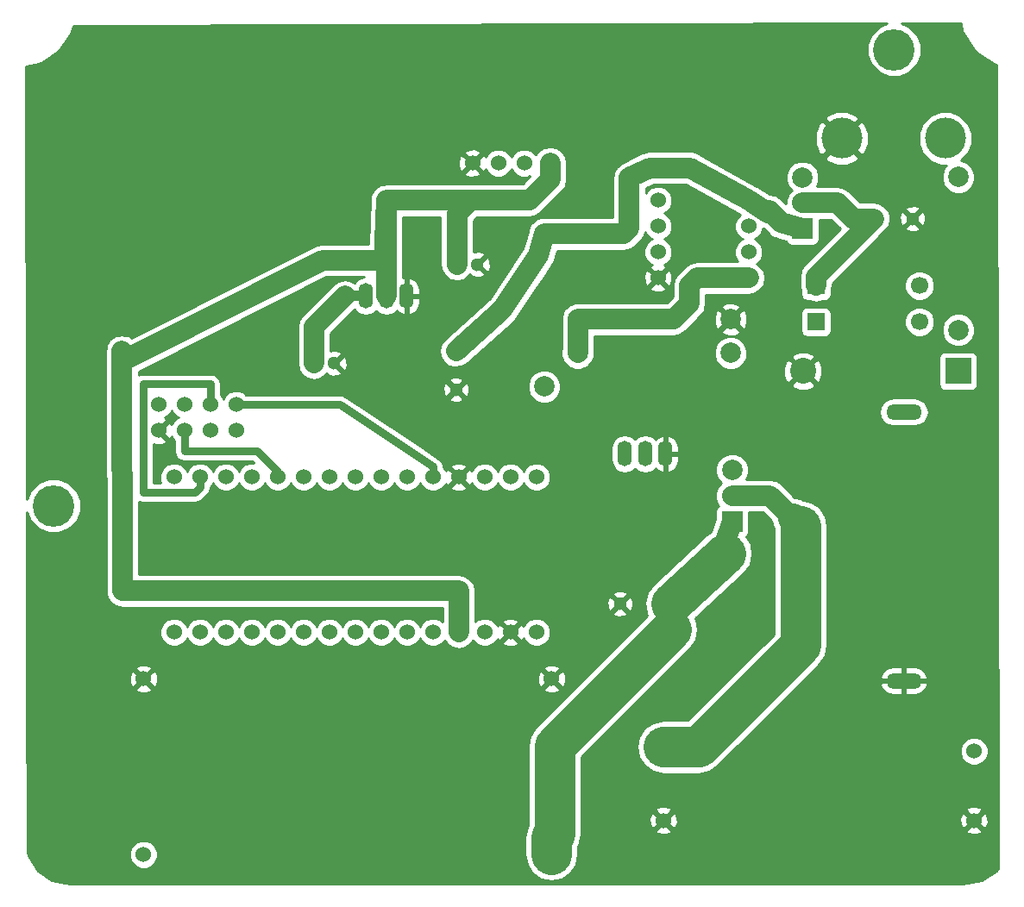
<source format=gbl>
G04 #@! TF.FileFunction,Copper,L2,Bot,Signal*
%FSLAX46Y46*%
G04 Gerber Fmt 4.6, Leading zero omitted, Abs format (unit mm)*
G04 Created by KiCad (PCBNEW 4.0.4+dfsg1-stable) date Fri Oct 28 14:45:57 2016*
%MOMM*%
%LPD*%
G01*
G04 APERTURE LIST*
%ADD10C,0.200000*%
%ADD11C,1.524000*%
%ADD12R,1.300000X1.300000*%
%ADD13C,1.300000*%
%ADD14C,2.540000*%
%ADD15R,2.540000X2.540000*%
%ADD16C,1.699260*%
%ADD17R,1.699260X1.699260*%
%ADD18C,4.000500*%
%ADD19C,1.998980*%
%ADD20R,2.000000X2.000000*%
%ADD21C,2.000000*%
%ADD22C,4.064000*%
%ADD23O,1.400000X2.500000*%
%ADD24O,3.500000X1.524000*%
%ADD25C,1.000000*%
%ADD26C,2.000000*%
%ADD27C,4.000000*%
%ADD28C,3.000000*%
%ADD29C,0.750000*%
%ADD30C,0.500000*%
%ADD31C,0.254000*%
G04 APERTURE END LIST*
D10*
D11*
X44812000Y-69816000D03*
X44812000Y-67276000D03*
X47352000Y-69816000D03*
X47352000Y-67276000D03*
X49892000Y-69816000D03*
X49892000Y-67276000D03*
X52432000Y-69816000D03*
X52432000Y-67276000D03*
D12*
X60052000Y-63212000D03*
D13*
X62052000Y-63212000D03*
D12*
X74100000Y-53500000D03*
D13*
X76100000Y-53500000D03*
D12*
X115000000Y-49000000D03*
D13*
X118800000Y-49000000D03*
D12*
X95104000Y-86834000D03*
D13*
X90104000Y-86834000D03*
D14*
X108056780Y-63976960D03*
D15*
X123296780Y-63976960D03*
D16*
X119488520Y-59145460D03*
D17*
X109328520Y-59145460D03*
D16*
X119488520Y-55589460D03*
D17*
X109328520Y-55589460D03*
D11*
X93834000Y-47210000D03*
X93834000Y-49750000D03*
X93834000Y-52290000D03*
X93834000Y-54830000D03*
X102724000Y-54830000D03*
X102724000Y-52290000D03*
X102724000Y-49750000D03*
X102724000Y-47210000D03*
D18*
X111868000Y-41114000D03*
X122028000Y-41114000D03*
D19*
X123298000Y-44924000D03*
X123298000Y-59924000D03*
X82658000Y-65498000D03*
X82658000Y-50498000D03*
X85960000Y-58894000D03*
X100960000Y-58894000D03*
X100946000Y-62196000D03*
X85946000Y-62196000D03*
D11*
X83240000Y-43540000D03*
X80700000Y-43540000D03*
X78160000Y-43540000D03*
X75620000Y-43540000D03*
X46336000Y-89628000D03*
X48876000Y-89628000D03*
X51416000Y-89628000D03*
X53956000Y-89628000D03*
X56496000Y-89628000D03*
X59036000Y-89628000D03*
X61576000Y-89628000D03*
X64116000Y-89628000D03*
X66656000Y-89628000D03*
X69196000Y-89628000D03*
X71736000Y-89628000D03*
X74276000Y-89628000D03*
X76816000Y-89628000D03*
X79356000Y-89628000D03*
X81896000Y-89628000D03*
X81896000Y-74388000D03*
X79356000Y-74388000D03*
X76816000Y-74388000D03*
X74276000Y-74388000D03*
X71736000Y-74388000D03*
X69196000Y-74388000D03*
X66656000Y-74388000D03*
X64116000Y-74388000D03*
X61576000Y-74388000D03*
X59036000Y-74388000D03*
X56496000Y-74388000D03*
X53956000Y-74388000D03*
X51416000Y-74388000D03*
X48876000Y-74388000D03*
X46336000Y-74388000D03*
D12*
X74000000Y-62000000D03*
D13*
X74000000Y-65800000D03*
D20*
X101092000Y-78740000D03*
D21*
X101092000Y-76200000D03*
X101092000Y-73700000D03*
D20*
X108000000Y-50000000D03*
D21*
X108000000Y-47460000D03*
X108000000Y-44960000D03*
D22*
X34500000Y-77200000D03*
X117000000Y-32400000D03*
D23*
X67164000Y-56608000D03*
X69164000Y-56608000D03*
X65164000Y-56608000D03*
X92564000Y-72102000D03*
X90564000Y-72102000D03*
X94564000Y-72102000D03*
D24*
X117964000Y-67992000D03*
X117964000Y-94392000D03*
D11*
X83374000Y-111440000D03*
X83374000Y-94200000D03*
X43334000Y-94200000D03*
X43334000Y-111440000D03*
X124840000Y-101290000D03*
X124840000Y-108110000D03*
X94360000Y-108110000D03*
X94360000Y-101290000D03*
D25*
X65164000Y-56608000D02*
X63100000Y-56608000D01*
D26*
X63100000Y-56608000D02*
X60052000Y-59656000D01*
X60052000Y-59656000D02*
X60052000Y-63212000D01*
X74100000Y-53500000D02*
X74100000Y-48500000D01*
X74100000Y-48500000D02*
X75400000Y-47200000D01*
X83240000Y-43540000D02*
X83240000Y-45160000D01*
X81200000Y-47200000D02*
X75400000Y-47200000D01*
X75400000Y-47200000D02*
X67164000Y-47200000D01*
X83240000Y-45160000D02*
X81200000Y-47200000D01*
X41200000Y-62000000D02*
X41200000Y-63000000D01*
X41200000Y-63000000D02*
X60900000Y-53100000D01*
X74276000Y-89628000D02*
X74276000Y-85564000D01*
X74276000Y-85564000D02*
X41256000Y-85564000D01*
X41256000Y-85564000D02*
X41200000Y-62000000D01*
X60900000Y-53100000D02*
X66964000Y-53080000D01*
X67164000Y-56608000D02*
X67164000Y-49736000D01*
X67164000Y-49736000D02*
X67164000Y-47200000D01*
X67164000Y-47200000D02*
X66964000Y-53080000D01*
X108000000Y-50000000D02*
X105885515Y-49410986D01*
X104580000Y-48420000D02*
X102724000Y-47210000D01*
X104790000Y-48210000D02*
X104580000Y-48420000D01*
X105885515Y-49410986D02*
X104790000Y-48210000D01*
X82658000Y-50498000D02*
X82100000Y-52600000D01*
X78556387Y-57938873D02*
X74000000Y-62000000D01*
X82100000Y-52600000D02*
X78556387Y-57938873D01*
X102724000Y-47210000D02*
X97000000Y-44000000D01*
X90502000Y-50498000D02*
X82658000Y-50498000D01*
X91000000Y-50000000D02*
X90502000Y-50498000D01*
X91000000Y-45000000D02*
X91000000Y-50000000D01*
X93000000Y-44000000D02*
X91000000Y-45000000D01*
X97000000Y-44000000D02*
X93000000Y-44000000D01*
X97000000Y-44000000D02*
X97000000Y-44000000D01*
D27*
X83374000Y-111440000D02*
X83374000Y-109740000D01*
X95104000Y-89374000D02*
X83674000Y-100804000D01*
X83674000Y-100804000D02*
X83674000Y-109440000D01*
D28*
X95104000Y-89374000D02*
X95104000Y-86834000D01*
D27*
X83374000Y-109740000D02*
X83674000Y-109440000D01*
D26*
X101092000Y-78740000D02*
X100116556Y-81510105D01*
X100116556Y-81510105D02*
X100478556Y-81872105D01*
D27*
X95104000Y-86834000D02*
X100478556Y-81872105D01*
D26*
X85960000Y-58894000D02*
X85960000Y-62182000D01*
X85960000Y-62182000D02*
X85946000Y-62196000D01*
X102724000Y-54830000D02*
X97644000Y-54830000D01*
X95358000Y-58894000D02*
X85960000Y-58894000D01*
X96882000Y-57370000D02*
X95358000Y-58894000D01*
X96882000Y-55592000D02*
X96882000Y-57370000D01*
X97644000Y-54830000D02*
X96882000Y-55592000D01*
D29*
X52432000Y-67276000D02*
X62592000Y-67276000D01*
X71736000Y-73372000D02*
X71736000Y-74388000D01*
X62592000Y-67276000D02*
X71736000Y-73372000D01*
X47352000Y-69816000D02*
X47352000Y-71848000D01*
X47352000Y-71848000D02*
X54464000Y-71848000D01*
X54464000Y-71848000D02*
X56496000Y-73880000D01*
D30*
X56496000Y-73880000D02*
X56496000Y-74388000D01*
D29*
X48876000Y-74388000D02*
X48876000Y-75404000D01*
X48876000Y-75404000D02*
X48368000Y-75912000D01*
X48368000Y-75912000D02*
X43288000Y-75912000D01*
X43288000Y-75912000D02*
X43288000Y-65244000D01*
X43288000Y-65244000D02*
X49892000Y-65244000D01*
X49892000Y-65244000D02*
X49892000Y-67276000D01*
D26*
X101092000Y-76200000D02*
X104790000Y-76200000D01*
X104790000Y-76200000D02*
X107042000Y-78452000D01*
D27*
X94360000Y-100890000D02*
X97812000Y-100890000D01*
X97812000Y-100890000D02*
X99422000Y-99280000D01*
X107804000Y-90898000D02*
X99422000Y-99280000D01*
X107804000Y-79214000D02*
X107804000Y-90898000D01*
D28*
X107042000Y-78452000D02*
X107804000Y-79214000D01*
D26*
X109328520Y-55589460D02*
X109328520Y-54671480D01*
X109328520Y-54671480D02*
X115000000Y-49000000D01*
X115000000Y-49000000D02*
X113000000Y-49000000D01*
X111460000Y-47460000D02*
X108000000Y-47460000D01*
X113000000Y-49000000D02*
X111460000Y-47460000D01*
D31*
G36*
X123691856Y-30590200D02*
X123782019Y-30807871D01*
X123797871Y-30846141D01*
X124903411Y-32500700D01*
X125024154Y-32621442D01*
X125099300Y-32696588D01*
X126753859Y-33802129D01*
X126786758Y-33815756D01*
X127009800Y-33908144D01*
X127045055Y-33915157D01*
X127230881Y-112772327D01*
X127033786Y-113055137D01*
X125595434Y-113975947D01*
X123775164Y-114301061D01*
X123645027Y-114352000D01*
X36255259Y-114352000D01*
X36138514Y-114303642D01*
X34363610Y-113950592D01*
X32976349Y-113023654D01*
X32103044Y-111716661D01*
X41936758Y-111716661D01*
X42148990Y-112230303D01*
X42541630Y-112623629D01*
X43054900Y-112836757D01*
X43610661Y-112837242D01*
X44124303Y-112625010D01*
X44517629Y-112232370D01*
X44730757Y-111719100D01*
X44731242Y-111163339D01*
X44519010Y-110649697D01*
X44126370Y-110256371D01*
X43613100Y-110043243D01*
X43057339Y-110042758D01*
X42543697Y-110254990D01*
X42150371Y-110647630D01*
X41937243Y-111160900D01*
X41936758Y-111716661D01*
X32103044Y-111716661D01*
X32049408Y-111636390D01*
X31950324Y-111138262D01*
X31947030Y-109740000D01*
X80739000Y-109740000D01*
X80739000Y-111440000D01*
X80939577Y-112448371D01*
X81510774Y-113303226D01*
X82365629Y-113874423D01*
X83374000Y-114075000D01*
X84382371Y-113874423D01*
X85237226Y-113303226D01*
X85808423Y-112448371D01*
X86009000Y-111440000D01*
X86009000Y-110597168D01*
X86108423Y-110448371D01*
X86170057Y-110138514D01*
X86309000Y-109440000D01*
X86309000Y-109090213D01*
X93559392Y-109090213D01*
X93628857Y-109332397D01*
X94152302Y-109519144D01*
X94707368Y-109491362D01*
X95091143Y-109332397D01*
X95160608Y-109090213D01*
X124039392Y-109090213D01*
X124108857Y-109332397D01*
X124632302Y-109519144D01*
X125187368Y-109491362D01*
X125571143Y-109332397D01*
X125640608Y-109090213D01*
X124840000Y-108289605D01*
X124039392Y-109090213D01*
X95160608Y-109090213D01*
X94360000Y-108289605D01*
X93559392Y-109090213D01*
X86309000Y-109090213D01*
X86309000Y-107902302D01*
X92950856Y-107902302D01*
X92978638Y-108457368D01*
X93137603Y-108841143D01*
X93379787Y-108910608D01*
X94180395Y-108110000D01*
X94539605Y-108110000D01*
X95340213Y-108910608D01*
X95582397Y-108841143D01*
X95769144Y-108317698D01*
X95748353Y-107902302D01*
X123430856Y-107902302D01*
X123458638Y-108457368D01*
X123617603Y-108841143D01*
X123859787Y-108910608D01*
X124660395Y-108110000D01*
X125019605Y-108110000D01*
X125820213Y-108910608D01*
X126062397Y-108841143D01*
X126249144Y-108317698D01*
X126221362Y-107762632D01*
X126062397Y-107378857D01*
X125820213Y-107309392D01*
X125019605Y-108110000D01*
X124660395Y-108110000D01*
X123859787Y-107309392D01*
X123617603Y-107378857D01*
X123430856Y-107902302D01*
X95748353Y-107902302D01*
X95741362Y-107762632D01*
X95582397Y-107378857D01*
X95340213Y-107309392D01*
X94539605Y-108110000D01*
X94180395Y-108110000D01*
X93379787Y-107309392D01*
X93137603Y-107378857D01*
X92950856Y-107902302D01*
X86309000Y-107902302D01*
X86309000Y-107129787D01*
X93559392Y-107129787D01*
X94360000Y-107930395D01*
X95160608Y-107129787D01*
X124039392Y-107129787D01*
X124840000Y-107930395D01*
X125640608Y-107129787D01*
X125571143Y-106887603D01*
X125047698Y-106700856D01*
X124492632Y-106728638D01*
X124108857Y-106887603D01*
X124039392Y-107129787D01*
X95160608Y-107129787D01*
X95091143Y-106887603D01*
X94567698Y-106700856D01*
X94012632Y-106728638D01*
X93628857Y-106887603D01*
X93559392Y-107129787D01*
X86309000Y-107129787D01*
X86309000Y-101895452D01*
X96967226Y-91237226D01*
X97538423Y-90382371D01*
X97738999Y-89374000D01*
X97538423Y-88365629D01*
X97458711Y-88246332D01*
X102265973Y-83808174D01*
X102870816Y-82976785D01*
X103111458Y-81977218D01*
X102951266Y-80961648D01*
X102503442Y-80229829D01*
X102543441Y-80204090D01*
X102688431Y-79991890D01*
X102739440Y-79740000D01*
X102739440Y-77835000D01*
X104112760Y-77835000D01*
X104951009Y-78673249D01*
X105069517Y-79269029D01*
X105169000Y-79417916D01*
X105169000Y-89806548D01*
X96720548Y-98255000D01*
X94360000Y-98255000D01*
X93351629Y-98455577D01*
X92496774Y-99026774D01*
X91925577Y-99881629D01*
X91725000Y-100890000D01*
X91925577Y-101898371D01*
X92496774Y-102753226D01*
X93351629Y-103324423D01*
X94360000Y-103525000D01*
X97812000Y-103525000D01*
X98820371Y-103324423D01*
X99675226Y-102753226D01*
X100861791Y-101566661D01*
X123442758Y-101566661D01*
X123654990Y-102080303D01*
X124047630Y-102473629D01*
X124560900Y-102686757D01*
X125116661Y-102687242D01*
X125630303Y-102475010D01*
X126023629Y-102082370D01*
X126236757Y-101569100D01*
X126237242Y-101013339D01*
X126025010Y-100499697D01*
X125632370Y-100106371D01*
X125119100Y-99893243D01*
X124563339Y-99892758D01*
X124049697Y-100104990D01*
X123656371Y-100497630D01*
X123443243Y-101010900D01*
X123442758Y-101566661D01*
X100861791Y-101566661D01*
X107693382Y-94735070D01*
X115621780Y-94735070D01*
X115636740Y-94809277D01*
X115898370Y-95290026D01*
X116324059Y-95634059D01*
X116849000Y-95789000D01*
X117837000Y-95789000D01*
X117837000Y-94519000D01*
X118091000Y-94519000D01*
X118091000Y-95789000D01*
X119079000Y-95789000D01*
X119603941Y-95634059D01*
X120029630Y-95290026D01*
X120291260Y-94809277D01*
X120306220Y-94735070D01*
X120183720Y-94519000D01*
X118091000Y-94519000D01*
X117837000Y-94519000D01*
X115744280Y-94519000D01*
X115621780Y-94735070D01*
X107693382Y-94735070D01*
X108379522Y-94048930D01*
X115621780Y-94048930D01*
X115744280Y-94265000D01*
X117837000Y-94265000D01*
X117837000Y-92995000D01*
X118091000Y-92995000D01*
X118091000Y-94265000D01*
X120183720Y-94265000D01*
X120306220Y-94048930D01*
X120291260Y-93974723D01*
X120029630Y-93493974D01*
X119603941Y-93149941D01*
X119079000Y-92995000D01*
X118091000Y-92995000D01*
X117837000Y-92995000D01*
X116849000Y-92995000D01*
X116324059Y-93149941D01*
X115898370Y-93493974D01*
X115636740Y-93974723D01*
X115621780Y-94048930D01*
X108379522Y-94048930D01*
X109667226Y-92761226D01*
X110238423Y-91906371D01*
X110439000Y-90898000D01*
X110439000Y-79214000D01*
X110238423Y-78205629D01*
X109667226Y-77350774D01*
X108812371Y-76779577D01*
X108094351Y-76636754D01*
X107859029Y-76479517D01*
X107263249Y-76361009D01*
X105946120Y-75043880D01*
X105415688Y-74689457D01*
X104790000Y-74564999D01*
X104789995Y-74565000D01*
X102503173Y-74565000D01*
X102726716Y-74026648D01*
X102727284Y-73376205D01*
X102478894Y-72775057D01*
X102019363Y-72314722D01*
X101418648Y-72065284D01*
X100768205Y-72064716D01*
X100167057Y-72313106D01*
X99706722Y-72772637D01*
X99457284Y-73373352D01*
X99456716Y-74023795D01*
X99705106Y-74624943D01*
X100029759Y-74950164D01*
X99706722Y-75272637D01*
X99457284Y-75873352D01*
X99456716Y-76523795D01*
X99705106Y-77124943D01*
X99771621Y-77191574D01*
X99640559Y-77275910D01*
X99495569Y-77488110D01*
X99444560Y-77740000D01*
X99444560Y-78495870D01*
X99005079Y-79743925D01*
X98691139Y-79936035D01*
X93316583Y-84897931D01*
X92711740Y-85729320D01*
X92471098Y-86728887D01*
X92631290Y-87744457D01*
X92773954Y-87977594D01*
X81810774Y-98940774D01*
X81239577Y-99795629D01*
X81039000Y-100804000D01*
X81039000Y-108582832D01*
X80939577Y-108731629D01*
X80739000Y-109740000D01*
X31947030Y-109740000D01*
X31912720Y-95180213D01*
X42533392Y-95180213D01*
X42602857Y-95422397D01*
X43126302Y-95609144D01*
X43681368Y-95581362D01*
X44065143Y-95422397D01*
X44134608Y-95180213D01*
X82573392Y-95180213D01*
X82642857Y-95422397D01*
X83166302Y-95609144D01*
X83721368Y-95581362D01*
X84105143Y-95422397D01*
X84174608Y-95180213D01*
X83374000Y-94379605D01*
X82573392Y-95180213D01*
X44134608Y-95180213D01*
X43334000Y-94379605D01*
X42533392Y-95180213D01*
X31912720Y-95180213D01*
X31909920Y-93992302D01*
X41924856Y-93992302D01*
X41952638Y-94547368D01*
X42111603Y-94931143D01*
X42353787Y-95000608D01*
X43154395Y-94200000D01*
X43513605Y-94200000D01*
X44314213Y-95000608D01*
X44556397Y-94931143D01*
X44743144Y-94407698D01*
X44722353Y-93992302D01*
X81964856Y-93992302D01*
X81992638Y-94547368D01*
X82151603Y-94931143D01*
X82393787Y-95000608D01*
X83194395Y-94200000D01*
X83553605Y-94200000D01*
X84354213Y-95000608D01*
X84596397Y-94931143D01*
X84783144Y-94407698D01*
X84755362Y-93852632D01*
X84596397Y-93468857D01*
X84354213Y-93399392D01*
X83553605Y-94200000D01*
X83194395Y-94200000D01*
X82393787Y-93399392D01*
X82151603Y-93468857D01*
X81964856Y-93992302D01*
X44722353Y-93992302D01*
X44715362Y-93852632D01*
X44556397Y-93468857D01*
X44314213Y-93399392D01*
X43513605Y-94200000D01*
X43154395Y-94200000D01*
X42353787Y-93399392D01*
X42111603Y-93468857D01*
X41924856Y-93992302D01*
X31909920Y-93992302D01*
X31908100Y-93219787D01*
X42533392Y-93219787D01*
X43334000Y-94020395D01*
X44134608Y-93219787D01*
X82573392Y-93219787D01*
X83374000Y-94020395D01*
X84174608Y-93219787D01*
X84105143Y-92977603D01*
X83581698Y-92790856D01*
X83026632Y-92818638D01*
X82642857Y-92977603D01*
X82573392Y-93219787D01*
X44134608Y-93219787D01*
X44065143Y-92977603D01*
X43541698Y-92790856D01*
X42986632Y-92818638D01*
X42602857Y-92977603D01*
X42533392Y-93219787D01*
X31908100Y-93219787D01*
X31871818Y-77823237D01*
X32237709Y-78708761D01*
X32987293Y-79459655D01*
X33967173Y-79866536D01*
X35028172Y-79867462D01*
X36008761Y-79462291D01*
X36759655Y-78712707D01*
X37166536Y-77732827D01*
X37167462Y-76671828D01*
X36762291Y-75691239D01*
X36012707Y-74940345D01*
X35032827Y-74533464D01*
X33971828Y-74532538D01*
X32991239Y-74937709D01*
X32240345Y-75687293D01*
X31868893Y-76581851D01*
X31834531Y-62000000D01*
X39565000Y-62000000D01*
X39565000Y-63000000D01*
X39567401Y-63012070D01*
X39621005Y-85567886D01*
X39683596Y-85878693D01*
X39745457Y-86189687D01*
X39746557Y-86191333D01*
X39746948Y-86193275D01*
X39923772Y-86456554D01*
X40099880Y-86720120D01*
X40101526Y-86721220D01*
X40102631Y-86722865D01*
X40366776Y-86898454D01*
X40630313Y-87074543D01*
X40632255Y-87074929D01*
X40633905Y-87076026D01*
X40945181Y-87137174D01*
X41256000Y-87199000D01*
X72641000Y-87199000D01*
X72641000Y-88557198D01*
X72528370Y-88444371D01*
X72015100Y-88231243D01*
X71459339Y-88230758D01*
X70945697Y-88442990D01*
X70552371Y-88835630D01*
X70466051Y-89043512D01*
X70381010Y-88837697D01*
X69988370Y-88444371D01*
X69475100Y-88231243D01*
X68919339Y-88230758D01*
X68405697Y-88442990D01*
X68012371Y-88835630D01*
X67926051Y-89043512D01*
X67841010Y-88837697D01*
X67448370Y-88444371D01*
X66935100Y-88231243D01*
X66379339Y-88230758D01*
X65865697Y-88442990D01*
X65472371Y-88835630D01*
X65386051Y-89043512D01*
X65301010Y-88837697D01*
X64908370Y-88444371D01*
X64395100Y-88231243D01*
X63839339Y-88230758D01*
X63325697Y-88442990D01*
X62932371Y-88835630D01*
X62846051Y-89043512D01*
X62761010Y-88837697D01*
X62368370Y-88444371D01*
X61855100Y-88231243D01*
X61299339Y-88230758D01*
X60785697Y-88442990D01*
X60392371Y-88835630D01*
X60306051Y-89043512D01*
X60221010Y-88837697D01*
X59828370Y-88444371D01*
X59315100Y-88231243D01*
X58759339Y-88230758D01*
X58245697Y-88442990D01*
X57852371Y-88835630D01*
X57766051Y-89043512D01*
X57681010Y-88837697D01*
X57288370Y-88444371D01*
X56775100Y-88231243D01*
X56219339Y-88230758D01*
X55705697Y-88442990D01*
X55312371Y-88835630D01*
X55226051Y-89043512D01*
X55141010Y-88837697D01*
X54748370Y-88444371D01*
X54235100Y-88231243D01*
X53679339Y-88230758D01*
X53165697Y-88442990D01*
X52772371Y-88835630D01*
X52686051Y-89043512D01*
X52601010Y-88837697D01*
X52208370Y-88444371D01*
X51695100Y-88231243D01*
X51139339Y-88230758D01*
X50625697Y-88442990D01*
X50232371Y-88835630D01*
X50146051Y-89043512D01*
X50061010Y-88837697D01*
X49668370Y-88444371D01*
X49155100Y-88231243D01*
X48599339Y-88230758D01*
X48085697Y-88442990D01*
X47692371Y-88835630D01*
X47606051Y-89043512D01*
X47521010Y-88837697D01*
X47128370Y-88444371D01*
X46615100Y-88231243D01*
X46059339Y-88230758D01*
X45545697Y-88442990D01*
X45152371Y-88835630D01*
X44939243Y-89348900D01*
X44938758Y-89904661D01*
X45150990Y-90418303D01*
X45543630Y-90811629D01*
X46056900Y-91024757D01*
X46612661Y-91025242D01*
X47126303Y-90813010D01*
X47519629Y-90420370D01*
X47605949Y-90212488D01*
X47690990Y-90418303D01*
X48083630Y-90811629D01*
X48596900Y-91024757D01*
X49152661Y-91025242D01*
X49666303Y-90813010D01*
X50059629Y-90420370D01*
X50145949Y-90212488D01*
X50230990Y-90418303D01*
X50623630Y-90811629D01*
X51136900Y-91024757D01*
X51692661Y-91025242D01*
X52206303Y-90813010D01*
X52599629Y-90420370D01*
X52685949Y-90212488D01*
X52770990Y-90418303D01*
X53163630Y-90811629D01*
X53676900Y-91024757D01*
X54232661Y-91025242D01*
X54746303Y-90813010D01*
X55139629Y-90420370D01*
X55225949Y-90212488D01*
X55310990Y-90418303D01*
X55703630Y-90811629D01*
X56216900Y-91024757D01*
X56772661Y-91025242D01*
X57286303Y-90813010D01*
X57679629Y-90420370D01*
X57765949Y-90212488D01*
X57850990Y-90418303D01*
X58243630Y-90811629D01*
X58756900Y-91024757D01*
X59312661Y-91025242D01*
X59826303Y-90813010D01*
X60219629Y-90420370D01*
X60305949Y-90212488D01*
X60390990Y-90418303D01*
X60783630Y-90811629D01*
X61296900Y-91024757D01*
X61852661Y-91025242D01*
X62366303Y-90813010D01*
X62759629Y-90420370D01*
X62845949Y-90212488D01*
X62930990Y-90418303D01*
X63323630Y-90811629D01*
X63836900Y-91024757D01*
X64392661Y-91025242D01*
X64906303Y-90813010D01*
X65299629Y-90420370D01*
X65385949Y-90212488D01*
X65470990Y-90418303D01*
X65863630Y-90811629D01*
X66376900Y-91024757D01*
X66932661Y-91025242D01*
X67446303Y-90813010D01*
X67839629Y-90420370D01*
X67925949Y-90212488D01*
X68010990Y-90418303D01*
X68403630Y-90811629D01*
X68916900Y-91024757D01*
X69472661Y-91025242D01*
X69986303Y-90813010D01*
X70379629Y-90420370D01*
X70465949Y-90212488D01*
X70550990Y-90418303D01*
X70943630Y-90811629D01*
X71456900Y-91024757D01*
X72012661Y-91025242D01*
X72526303Y-90813010D01*
X72893955Y-90445999D01*
X73119880Y-90784120D01*
X73650313Y-91138543D01*
X74276000Y-91263000D01*
X74901687Y-91138543D01*
X75432120Y-90784120D01*
X75658282Y-90445643D01*
X76023630Y-90811629D01*
X76536900Y-91024757D01*
X77092661Y-91025242D01*
X77606303Y-90813010D01*
X77811457Y-90608213D01*
X78555392Y-90608213D01*
X78624857Y-90850397D01*
X79148302Y-91037144D01*
X79703368Y-91009362D01*
X80087143Y-90850397D01*
X80156608Y-90608213D01*
X79356000Y-89807605D01*
X78555392Y-90608213D01*
X77811457Y-90608213D01*
X77999629Y-90420370D01*
X78079395Y-90228273D01*
X78133603Y-90359143D01*
X78375787Y-90428608D01*
X79176395Y-89628000D01*
X79535605Y-89628000D01*
X80336213Y-90428608D01*
X80578397Y-90359143D01*
X80628509Y-90218682D01*
X80710990Y-90418303D01*
X81103630Y-90811629D01*
X81616900Y-91024757D01*
X82172661Y-91025242D01*
X82686303Y-90813010D01*
X83079629Y-90420370D01*
X83292757Y-89907100D01*
X83293242Y-89351339D01*
X83081010Y-88837697D01*
X82688370Y-88444371D01*
X82175100Y-88231243D01*
X81619339Y-88230758D01*
X81105697Y-88442990D01*
X80712371Y-88835630D01*
X80632605Y-89027727D01*
X80578397Y-88896857D01*
X80336213Y-88827392D01*
X79535605Y-89628000D01*
X79176395Y-89628000D01*
X78375787Y-88827392D01*
X78133603Y-88896857D01*
X78083491Y-89037318D01*
X78001010Y-88837697D01*
X77811432Y-88647787D01*
X78555392Y-88647787D01*
X79356000Y-89448395D01*
X80156608Y-88647787D01*
X80087143Y-88405603D01*
X79563698Y-88218856D01*
X79008632Y-88246638D01*
X78624857Y-88405603D01*
X78555392Y-88647787D01*
X77811432Y-88647787D01*
X77608370Y-88444371D01*
X77095100Y-88231243D01*
X76539339Y-88230758D01*
X76025697Y-88442990D01*
X75911000Y-88557487D01*
X75911000Y-87733016D01*
X89384590Y-87733016D01*
X89440271Y-87963611D01*
X89923078Y-88131622D01*
X90433428Y-88102083D01*
X90767729Y-87963611D01*
X90823410Y-87733016D01*
X90104000Y-87013605D01*
X89384590Y-87733016D01*
X75911000Y-87733016D01*
X75911000Y-86653078D01*
X88806378Y-86653078D01*
X88835917Y-87163428D01*
X88974389Y-87497729D01*
X89204984Y-87553410D01*
X89924395Y-86834000D01*
X90283605Y-86834000D01*
X91003016Y-87553410D01*
X91233611Y-87497729D01*
X91401622Y-87014922D01*
X91372083Y-86504572D01*
X91233611Y-86170271D01*
X91003016Y-86114590D01*
X90283605Y-86834000D01*
X89924395Y-86834000D01*
X89204984Y-86114590D01*
X88974389Y-86170271D01*
X88806378Y-86653078D01*
X75911000Y-86653078D01*
X75911000Y-85934984D01*
X89384590Y-85934984D01*
X90104000Y-86654395D01*
X90823410Y-85934984D01*
X90767729Y-85704389D01*
X90284922Y-85536378D01*
X89774572Y-85565917D01*
X89440271Y-85704389D01*
X89384590Y-85934984D01*
X75911000Y-85934984D01*
X75911000Y-85564000D01*
X75786543Y-84938313D01*
X75432120Y-84407880D01*
X74901687Y-84053457D01*
X74276000Y-83929000D01*
X42887119Y-83929000D01*
X42870234Y-76824234D01*
X42901490Y-76845118D01*
X43288000Y-76922000D01*
X48368000Y-76922000D01*
X48754510Y-76845118D01*
X49082178Y-76626178D01*
X49590178Y-76118178D01*
X49809118Y-75790511D01*
X49886000Y-75404000D01*
X49886000Y-75353696D01*
X50059629Y-75180370D01*
X50145949Y-74972488D01*
X50230990Y-75178303D01*
X50623630Y-75571629D01*
X51136900Y-75784757D01*
X51692661Y-75785242D01*
X52206303Y-75573010D01*
X52599629Y-75180370D01*
X52685949Y-74972488D01*
X52770990Y-75178303D01*
X53163630Y-75571629D01*
X53676900Y-75784757D01*
X54232661Y-75785242D01*
X54746303Y-75573010D01*
X55139629Y-75180370D01*
X55225949Y-74972488D01*
X55310990Y-75178303D01*
X55703630Y-75571629D01*
X56216900Y-75784757D01*
X56772661Y-75785242D01*
X57286303Y-75573010D01*
X57679629Y-75180370D01*
X57765949Y-74972488D01*
X57850990Y-75178303D01*
X58243630Y-75571629D01*
X58756900Y-75784757D01*
X59312661Y-75785242D01*
X59826303Y-75573010D01*
X60219629Y-75180370D01*
X60305949Y-74972488D01*
X60390990Y-75178303D01*
X60783630Y-75571629D01*
X61296900Y-75784757D01*
X61852661Y-75785242D01*
X62366303Y-75573010D01*
X62759629Y-75180370D01*
X62845949Y-74972488D01*
X62930990Y-75178303D01*
X63323630Y-75571629D01*
X63836900Y-75784757D01*
X64392661Y-75785242D01*
X64906303Y-75573010D01*
X65299629Y-75180370D01*
X65385949Y-74972488D01*
X65470990Y-75178303D01*
X65863630Y-75571629D01*
X66376900Y-75784757D01*
X66932661Y-75785242D01*
X67446303Y-75573010D01*
X67839629Y-75180370D01*
X67925949Y-74972488D01*
X68010990Y-75178303D01*
X68403630Y-75571629D01*
X68916900Y-75784757D01*
X69472661Y-75785242D01*
X69986303Y-75573010D01*
X70379629Y-75180370D01*
X70465949Y-74972488D01*
X70550990Y-75178303D01*
X70943630Y-75571629D01*
X71456900Y-75784757D01*
X72012661Y-75785242D01*
X72526303Y-75573010D01*
X72731457Y-75368213D01*
X73475392Y-75368213D01*
X73544857Y-75610397D01*
X74068302Y-75797144D01*
X74623368Y-75769362D01*
X75007143Y-75610397D01*
X75076608Y-75368213D01*
X74276000Y-74567605D01*
X73475392Y-75368213D01*
X72731457Y-75368213D01*
X72919629Y-75180370D01*
X72999395Y-74988273D01*
X73053603Y-75119143D01*
X73295787Y-75188608D01*
X74096395Y-74388000D01*
X74455605Y-74388000D01*
X75256213Y-75188608D01*
X75498397Y-75119143D01*
X75548509Y-74978682D01*
X75630990Y-75178303D01*
X76023630Y-75571629D01*
X76536900Y-75784757D01*
X77092661Y-75785242D01*
X77606303Y-75573010D01*
X77999629Y-75180370D01*
X78085949Y-74972488D01*
X78170990Y-75178303D01*
X78563630Y-75571629D01*
X79076900Y-75784757D01*
X79632661Y-75785242D01*
X80146303Y-75573010D01*
X80539629Y-75180370D01*
X80625949Y-74972488D01*
X80710990Y-75178303D01*
X81103630Y-75571629D01*
X81616900Y-75784757D01*
X82172661Y-75785242D01*
X82686303Y-75573010D01*
X83079629Y-75180370D01*
X83292757Y-74667100D01*
X83293242Y-74111339D01*
X83081010Y-73597697D01*
X82688370Y-73204371D01*
X82175100Y-72991243D01*
X81619339Y-72990758D01*
X81105697Y-73202990D01*
X80712371Y-73595630D01*
X80626051Y-73803512D01*
X80541010Y-73597697D01*
X80148370Y-73204371D01*
X79635100Y-72991243D01*
X79079339Y-72990758D01*
X78565697Y-73202990D01*
X78172371Y-73595630D01*
X78086051Y-73803512D01*
X78001010Y-73597697D01*
X77608370Y-73204371D01*
X77095100Y-72991243D01*
X76539339Y-72990758D01*
X76025697Y-73202990D01*
X75632371Y-73595630D01*
X75552605Y-73787727D01*
X75498397Y-73656857D01*
X75256213Y-73587392D01*
X74455605Y-74388000D01*
X74096395Y-74388000D01*
X73295787Y-73587392D01*
X73053603Y-73656857D01*
X73003491Y-73797318D01*
X72921010Y-73597697D01*
X72746000Y-73422381D01*
X72746000Y-73407787D01*
X73475392Y-73407787D01*
X74276000Y-74208395D01*
X75076608Y-73407787D01*
X75007143Y-73165603D01*
X74483698Y-72978856D01*
X73928632Y-73006638D01*
X73544857Y-73165603D01*
X73475392Y-73407787D01*
X72746000Y-73407787D01*
X72746000Y-73372000D01*
X72726491Y-73273920D01*
X72726386Y-73173923D01*
X72688423Y-73082543D01*
X72669118Y-72985490D01*
X72613560Y-72902341D01*
X72575196Y-72809996D01*
X72505155Y-72740101D01*
X72450178Y-72657822D01*
X72367030Y-72602265D01*
X72296247Y-72531629D01*
X70771411Y-71515071D01*
X89229000Y-71515071D01*
X89229000Y-72688929D01*
X89330621Y-73199811D01*
X89620012Y-73632917D01*
X90053118Y-73922308D01*
X90564000Y-74023929D01*
X91074882Y-73922308D01*
X91507988Y-73632917D01*
X91564000Y-73549089D01*
X91620012Y-73632917D01*
X92053118Y-73922308D01*
X92564000Y-74023929D01*
X93074882Y-73922308D01*
X93507988Y-73632917D01*
X93579490Y-73525906D01*
X93709815Y-73685790D01*
X94170450Y-73933980D01*
X94230671Y-73944716D01*
X94437000Y-73821374D01*
X94437000Y-72229000D01*
X94691000Y-72229000D01*
X94691000Y-73821374D01*
X94897329Y-73944716D01*
X94957550Y-73933980D01*
X95418185Y-73685790D01*
X95748778Y-73280215D01*
X95899000Y-72779000D01*
X95899000Y-72229000D01*
X94691000Y-72229000D01*
X94437000Y-72229000D01*
X94417000Y-72229000D01*
X94417000Y-71975000D01*
X94437000Y-71975000D01*
X94437000Y-70382626D01*
X94691000Y-70382626D01*
X94691000Y-71975000D01*
X95899000Y-71975000D01*
X95899000Y-71425000D01*
X95748778Y-70923785D01*
X95418185Y-70518210D01*
X94957550Y-70270020D01*
X94897329Y-70259284D01*
X94691000Y-70382626D01*
X94437000Y-70382626D01*
X94230671Y-70259284D01*
X94170450Y-70270020D01*
X93709815Y-70518210D01*
X93579490Y-70678094D01*
X93507988Y-70571083D01*
X93074882Y-70281692D01*
X92564000Y-70180071D01*
X92053118Y-70281692D01*
X91620012Y-70571083D01*
X91564000Y-70654911D01*
X91507988Y-70571083D01*
X91074882Y-70281692D01*
X90564000Y-70180071D01*
X90053118Y-70281692D01*
X89620012Y-70571083D01*
X89330621Y-71004189D01*
X89229000Y-71515071D01*
X70771411Y-71515071D01*
X65486805Y-67992000D01*
X115532275Y-67992000D01*
X115638615Y-68526609D01*
X115941447Y-68979828D01*
X116394666Y-69282660D01*
X116929275Y-69389000D01*
X118998725Y-69389000D01*
X119533334Y-69282660D01*
X119986553Y-68979828D01*
X120289385Y-68526609D01*
X120395725Y-67992000D01*
X120289385Y-67457391D01*
X119986553Y-67004172D01*
X119533334Y-66701340D01*
X118998725Y-66595000D01*
X116929275Y-66595000D01*
X116394666Y-66701340D01*
X115941447Y-67004172D01*
X115638615Y-67457391D01*
X115532275Y-67992000D01*
X65486805Y-67992000D01*
X63547328Y-66699016D01*
X73280590Y-66699016D01*
X73336271Y-66929611D01*
X73819078Y-67097622D01*
X74329428Y-67068083D01*
X74663729Y-66929611D01*
X74719410Y-66699016D01*
X74000000Y-65979605D01*
X73280590Y-66699016D01*
X63547328Y-66699016D01*
X63152247Y-66435629D01*
X63060786Y-66397857D01*
X62978510Y-66342882D01*
X62880431Y-66323373D01*
X62788005Y-66285202D01*
X62689053Y-66285305D01*
X62592000Y-66266000D01*
X53397696Y-66266000D01*
X53224370Y-66092371D01*
X52711100Y-65879243D01*
X52155339Y-65878758D01*
X51641697Y-66090990D01*
X51248371Y-66483630D01*
X51162051Y-66691512D01*
X51077010Y-66485697D01*
X50902000Y-66310381D01*
X50902000Y-65619078D01*
X72702378Y-65619078D01*
X72731917Y-66129428D01*
X72870389Y-66463729D01*
X73100984Y-66519410D01*
X73820395Y-65800000D01*
X74179605Y-65800000D01*
X74899016Y-66519410D01*
X75129611Y-66463729D01*
X75297622Y-65980922D01*
X75288406Y-65821694D01*
X81023226Y-65821694D01*
X81271538Y-66422655D01*
X81730927Y-66882846D01*
X82331453Y-67132206D01*
X82981694Y-67132774D01*
X83582655Y-66884462D01*
X84042846Y-66425073D01*
X84292206Y-65824547D01*
X84292642Y-65324737D01*
X106888608Y-65324737D01*
X107020300Y-65619617D01*
X107727816Y-65891221D01*
X108485412Y-65871396D01*
X109093260Y-65619617D01*
X109224952Y-65324737D01*
X108056780Y-64156565D01*
X106888608Y-65324737D01*
X84292642Y-65324737D01*
X84292774Y-65174306D01*
X84044462Y-64573345D01*
X83585073Y-64113154D01*
X82984547Y-63863794D01*
X82334306Y-63863226D01*
X81733345Y-64111538D01*
X81273154Y-64570927D01*
X81023794Y-65171453D01*
X81023226Y-65821694D01*
X75288406Y-65821694D01*
X75268083Y-65470572D01*
X75129611Y-65136271D01*
X74899016Y-65080590D01*
X74179605Y-65800000D01*
X73820395Y-65800000D01*
X73100984Y-65080590D01*
X72870389Y-65136271D01*
X72702378Y-65619078D01*
X50902000Y-65619078D01*
X50902000Y-65244000D01*
X50833770Y-64900984D01*
X73280590Y-64900984D01*
X74000000Y-65620395D01*
X74719410Y-64900984D01*
X74663729Y-64670389D01*
X74180922Y-64502378D01*
X73670572Y-64531917D01*
X73336271Y-64670389D01*
X73280590Y-64900984D01*
X50833770Y-64900984D01*
X50825118Y-64857490D01*
X50606178Y-64529822D01*
X50278510Y-64310882D01*
X49892000Y-64234000D01*
X43288000Y-64234000D01*
X42901490Y-64310882D01*
X42840593Y-64351572D01*
X42839771Y-64005797D01*
X61290265Y-54733722D01*
X64985719Y-54721533D01*
X64653118Y-54787692D01*
X64220012Y-55077083D01*
X64058024Y-55319516D01*
X63725688Y-55097457D01*
X63100000Y-54972999D01*
X62474312Y-55097457D01*
X61943880Y-55451880D01*
X58895880Y-58499880D01*
X58541457Y-59030312D01*
X58416999Y-59656000D01*
X58417000Y-59656005D01*
X58417000Y-63212000D01*
X58541457Y-63837687D01*
X58895880Y-64368120D01*
X59426313Y-64722543D01*
X60052000Y-64847000D01*
X60677687Y-64722543D01*
X61208120Y-64368120D01*
X61345151Y-64163037D01*
X61388271Y-64341611D01*
X61871078Y-64509622D01*
X62381428Y-64480083D01*
X62715729Y-64341611D01*
X62771410Y-64111016D01*
X62052000Y-63391605D01*
X62037858Y-63405748D01*
X61858253Y-63226143D01*
X61872395Y-63212000D01*
X62231605Y-63212000D01*
X62951016Y-63931410D01*
X63181611Y-63875729D01*
X63349622Y-63392922D01*
X63320083Y-62882572D01*
X63181611Y-62548271D01*
X62951016Y-62492590D01*
X62231605Y-63212000D01*
X61872395Y-63212000D01*
X61858253Y-63197858D01*
X62037858Y-63018252D01*
X62052000Y-63032395D01*
X62771410Y-62312984D01*
X62715729Y-62082389D01*
X62232922Y-61914378D01*
X61722572Y-61943917D01*
X61687000Y-61958651D01*
X61687000Y-61906189D01*
X72367693Y-61906189D01*
X72456046Y-62537987D01*
X72779451Y-63087881D01*
X73288673Y-63472154D01*
X73906189Y-63632307D01*
X74537987Y-63543954D01*
X75087881Y-63220549D01*
X79644268Y-59159422D01*
X79770686Y-58991899D01*
X79918628Y-58843044D01*
X81931632Y-55810213D01*
X93033392Y-55810213D01*
X93102857Y-56052397D01*
X93626302Y-56239144D01*
X94181368Y-56211362D01*
X94565143Y-56052397D01*
X94634608Y-55810213D01*
X93834000Y-55009605D01*
X93033392Y-55810213D01*
X81931632Y-55810213D01*
X82720094Y-54622302D01*
X92424856Y-54622302D01*
X92452638Y-55177368D01*
X92611603Y-55561143D01*
X92853787Y-55630608D01*
X93654395Y-54830000D01*
X94013605Y-54830000D01*
X94814213Y-55630608D01*
X95056397Y-55561143D01*
X95243144Y-55037698D01*
X95215362Y-54482632D01*
X95056397Y-54098857D01*
X94814213Y-54029392D01*
X94013605Y-54830000D01*
X93654395Y-54830000D01*
X92853787Y-54029392D01*
X92611603Y-54098857D01*
X92424856Y-54622302D01*
X82720094Y-54622302D01*
X83462241Y-53504171D01*
X83563230Y-53258224D01*
X83680267Y-53019500D01*
X83915599Y-52133000D01*
X90501995Y-52133000D01*
X90502000Y-52133001D01*
X91127688Y-52008543D01*
X91658120Y-51654120D01*
X92156117Y-51156122D01*
X92156120Y-51156120D01*
X92510543Y-50625687D01*
X92566998Y-50341867D01*
X92648990Y-50540303D01*
X93041630Y-50933629D01*
X93249512Y-51019949D01*
X93043697Y-51104990D01*
X92650371Y-51497630D01*
X92437243Y-52010900D01*
X92436758Y-52566661D01*
X92648990Y-53080303D01*
X93041630Y-53473629D01*
X93233727Y-53553395D01*
X93102857Y-53607603D01*
X93033392Y-53849787D01*
X93834000Y-54650395D01*
X94634608Y-53849787D01*
X94565143Y-53607603D01*
X94424682Y-53557491D01*
X94624303Y-53475010D01*
X95017629Y-53082370D01*
X95230757Y-52569100D01*
X95231242Y-52013339D01*
X95019010Y-51499697D01*
X94626370Y-51106371D01*
X94418488Y-51020051D01*
X94624303Y-50935010D01*
X95017629Y-50542370D01*
X95230757Y-50029100D01*
X95231242Y-49473339D01*
X95019010Y-48959697D01*
X94626370Y-48566371D01*
X94418488Y-48480051D01*
X94624303Y-48395010D01*
X95017629Y-48002370D01*
X95230757Y-47489100D01*
X95231242Y-46933339D01*
X95019010Y-46419697D01*
X94626370Y-46026371D01*
X94113100Y-45813243D01*
X93557339Y-45812758D01*
X93043697Y-46024990D01*
X92650371Y-46417630D01*
X92635000Y-46454648D01*
X92635000Y-46010485D01*
X93385970Y-45635000D01*
X96572841Y-45635000D01*
X101876739Y-48609409D01*
X101884277Y-48614323D01*
X101540371Y-48957630D01*
X101327243Y-49470900D01*
X101326758Y-50026661D01*
X101538990Y-50540303D01*
X101931630Y-50933629D01*
X102139512Y-51019949D01*
X101933697Y-51104990D01*
X101540371Y-51497630D01*
X101327243Y-52010900D01*
X101326758Y-52566661D01*
X101538990Y-53080303D01*
X101653487Y-53195000D01*
X97644005Y-53195000D01*
X97644000Y-53194999D01*
X97020218Y-53319078D01*
X97018313Y-53319457D01*
X96487880Y-53673880D01*
X96487878Y-53673883D01*
X95725880Y-54435880D01*
X95371457Y-54966312D01*
X95246999Y-55592000D01*
X95247000Y-55592005D01*
X95247000Y-56692761D01*
X94680760Y-57259000D01*
X85960000Y-57259000D01*
X85957454Y-57259507D01*
X85636306Y-57259226D01*
X85336880Y-57382946D01*
X85334313Y-57383457D01*
X85332156Y-57384898D01*
X85035345Y-57507538D01*
X84806060Y-57736423D01*
X84803880Y-57737880D01*
X84802436Y-57740041D01*
X84575154Y-57966927D01*
X84450912Y-58266136D01*
X84449457Y-58268313D01*
X84448951Y-58270859D01*
X84325794Y-58567453D01*
X84325511Y-58891431D01*
X84325000Y-58894000D01*
X84325000Y-61837649D01*
X84311794Y-61869453D01*
X84311511Y-62193426D01*
X84310999Y-62196000D01*
X84311507Y-62198551D01*
X84311226Y-62519694D01*
X84434946Y-62819120D01*
X84435457Y-62821688D01*
X84436899Y-62823846D01*
X84559538Y-63120655D01*
X84788423Y-63349940D01*
X84789880Y-63352120D01*
X84792041Y-63353564D01*
X85018927Y-63580846D01*
X85318133Y-63705087D01*
X85320312Y-63706543D01*
X85322860Y-63707050D01*
X85619453Y-63830206D01*
X85943426Y-63830489D01*
X85946000Y-63831001D01*
X85948551Y-63830493D01*
X86269694Y-63830774D01*
X86569120Y-63707054D01*
X86571688Y-63706543D01*
X86573846Y-63705101D01*
X86870655Y-63582462D01*
X87099940Y-63353577D01*
X87102120Y-63352120D01*
X87116120Y-63338120D01*
X87117515Y-63336032D01*
X87330846Y-63123073D01*
X87447461Y-62842233D01*
X87470543Y-62807688D01*
X87478578Y-62767295D01*
X87580206Y-62522547D01*
X87580208Y-62519694D01*
X99311226Y-62519694D01*
X99559538Y-63120655D01*
X100018927Y-63580846D01*
X100619453Y-63830206D01*
X101269694Y-63830774D01*
X101712050Y-63647996D01*
X106142519Y-63647996D01*
X106162344Y-64405592D01*
X106414123Y-65013440D01*
X106709003Y-65145132D01*
X107877175Y-63976960D01*
X108236385Y-63976960D01*
X109404557Y-65145132D01*
X109699437Y-65013440D01*
X109971041Y-64305924D01*
X109951216Y-63548328D01*
X109699437Y-62940480D01*
X109404557Y-62808788D01*
X108236385Y-63976960D01*
X107877175Y-63976960D01*
X106709003Y-62808788D01*
X106414123Y-62940480D01*
X106142519Y-63647996D01*
X101712050Y-63647996D01*
X101870655Y-63582462D01*
X102330846Y-63123073D01*
X102535926Y-62629183D01*
X106888608Y-62629183D01*
X108056780Y-63797355D01*
X109147175Y-62706960D01*
X121379340Y-62706960D01*
X121379340Y-65246960D01*
X121423618Y-65482277D01*
X121562690Y-65698401D01*
X121774890Y-65843391D01*
X122026780Y-65894400D01*
X124566780Y-65894400D01*
X124802097Y-65850122D01*
X125018221Y-65711050D01*
X125163211Y-65498850D01*
X125214220Y-65246960D01*
X125214220Y-62706960D01*
X125169942Y-62471643D01*
X125030870Y-62255519D01*
X124818670Y-62110529D01*
X124566780Y-62059520D01*
X122026780Y-62059520D01*
X121791463Y-62103798D01*
X121575339Y-62242870D01*
X121430349Y-62455070D01*
X121379340Y-62706960D01*
X109147175Y-62706960D01*
X109224952Y-62629183D01*
X109093260Y-62334303D01*
X108385744Y-62062699D01*
X107628148Y-62082524D01*
X107020300Y-62334303D01*
X106888608Y-62629183D01*
X102535926Y-62629183D01*
X102580206Y-62522547D01*
X102580774Y-61872306D01*
X102332462Y-61271345D01*
X101873073Y-60811154D01*
X101272547Y-60561794D01*
X100622306Y-60561226D01*
X100021345Y-60809538D01*
X99561154Y-61268927D01*
X99311794Y-61869453D01*
X99311226Y-62519694D01*
X87580208Y-62519694D01*
X87580440Y-62255205D01*
X87595001Y-62182000D01*
X87595000Y-62181995D01*
X87595000Y-60529000D01*
X95357995Y-60529000D01*
X95358000Y-60529001D01*
X95983688Y-60404543D01*
X96514120Y-60050120D01*
X96518076Y-60046163D01*
X99987443Y-60046163D01*
X100086042Y-60312965D01*
X100695582Y-60539401D01*
X101345377Y-60515341D01*
X101833958Y-60312965D01*
X101932557Y-60046163D01*
X100960000Y-59073605D01*
X99987443Y-60046163D01*
X96518076Y-60046163D01*
X97934657Y-58629582D01*
X99314599Y-58629582D01*
X99338659Y-59279377D01*
X99541035Y-59767958D01*
X99807837Y-59866557D01*
X100780395Y-58894000D01*
X101139605Y-58894000D01*
X102112163Y-59866557D01*
X102378965Y-59767958D01*
X102605401Y-59158418D01*
X102581341Y-58508623D01*
X102493200Y-58295830D01*
X107831450Y-58295830D01*
X107831450Y-59995090D01*
X107875728Y-60230407D01*
X108014800Y-60446531D01*
X108227000Y-60591521D01*
X108478890Y-60642530D01*
X110178150Y-60642530D01*
X110413467Y-60598252D01*
X110629591Y-60459180D01*
X110774581Y-60246980D01*
X110825590Y-59995090D01*
X110825590Y-59439476D01*
X118003632Y-59439476D01*
X118229178Y-59985337D01*
X118646446Y-60403334D01*
X119191913Y-60629832D01*
X119782536Y-60630348D01*
X120328397Y-60404802D01*
X120485779Y-60247694D01*
X121663226Y-60247694D01*
X121911538Y-60848655D01*
X122370927Y-61308846D01*
X122971453Y-61558206D01*
X123621694Y-61558774D01*
X124222655Y-61310462D01*
X124682846Y-60851073D01*
X124932206Y-60250547D01*
X124932774Y-59600306D01*
X124684462Y-58999345D01*
X124225073Y-58539154D01*
X123624547Y-58289794D01*
X122974306Y-58289226D01*
X122373345Y-58537538D01*
X121913154Y-58996927D01*
X121663794Y-59597453D01*
X121663226Y-60247694D01*
X120485779Y-60247694D01*
X120746394Y-59987534D01*
X120972892Y-59442067D01*
X120973408Y-58851444D01*
X120747862Y-58305583D01*
X120330594Y-57887586D01*
X119785127Y-57661088D01*
X119194504Y-57660572D01*
X118648643Y-57886118D01*
X118230646Y-58303386D01*
X118004148Y-58848853D01*
X118003632Y-59439476D01*
X110825590Y-59439476D01*
X110825590Y-58295830D01*
X110781312Y-58060513D01*
X110642240Y-57844389D01*
X110430040Y-57699399D01*
X110178150Y-57648390D01*
X108478890Y-57648390D01*
X108243573Y-57692668D01*
X108027449Y-57831740D01*
X107882459Y-58043940D01*
X107831450Y-58295830D01*
X102493200Y-58295830D01*
X102378965Y-58020042D01*
X102112163Y-57921443D01*
X101139605Y-58894000D01*
X100780395Y-58894000D01*
X99807837Y-57921443D01*
X99541035Y-58020042D01*
X99314599Y-58629582D01*
X97934657Y-58629582D01*
X98038117Y-58526122D01*
X98038120Y-58526120D01*
X98392543Y-57995687D01*
X98443036Y-57741837D01*
X99987443Y-57741837D01*
X100960000Y-58714395D01*
X101932557Y-57741837D01*
X101833958Y-57475035D01*
X101224418Y-57248599D01*
X100574623Y-57272659D01*
X100086042Y-57475035D01*
X99987443Y-57741837D01*
X98443036Y-57741837D01*
X98517000Y-57370000D01*
X98517000Y-56465000D01*
X102724000Y-56465000D01*
X103349687Y-56340543D01*
X103880120Y-55986120D01*
X104234543Y-55455687D01*
X104359000Y-54830000D01*
X104234543Y-54204313D01*
X103880120Y-53673880D01*
X103541643Y-53447718D01*
X103907629Y-53082370D01*
X104120757Y-52569100D01*
X104121242Y-52013339D01*
X103909010Y-51499697D01*
X103516370Y-51106371D01*
X103308488Y-51020051D01*
X103514303Y-50935010D01*
X103907629Y-50542370D01*
X104120757Y-50029100D01*
X104120814Y-49963663D01*
X104121230Y-49963745D01*
X104208684Y-49998816D01*
X104677572Y-50512847D01*
X104788008Y-50594206D01*
X104877430Y-50698227D01*
X105042383Y-50781608D01*
X105191185Y-50891232D01*
X105324350Y-50924137D01*
X105446772Y-50986019D01*
X106408876Y-51254024D01*
X106535910Y-51451441D01*
X106748110Y-51596431D01*
X107000000Y-51647440D01*
X109000000Y-51647440D01*
X109235317Y-51603162D01*
X109451441Y-51464090D01*
X109596431Y-51251890D01*
X109647440Y-51000000D01*
X109647440Y-49095000D01*
X110782760Y-49095000D01*
X111687760Y-50000000D01*
X108172400Y-53515360D01*
X107817977Y-54045792D01*
X107693519Y-54671480D01*
X107693520Y-54671485D01*
X107693520Y-55589460D01*
X107817977Y-56215147D01*
X107831450Y-56235311D01*
X107831450Y-56439090D01*
X107875728Y-56674407D01*
X108014800Y-56890531D01*
X108227000Y-57035521D01*
X108478890Y-57086530D01*
X108682669Y-57086530D01*
X108702833Y-57100003D01*
X109328520Y-57224460D01*
X109954207Y-57100003D01*
X109974371Y-57086530D01*
X110178150Y-57086530D01*
X110413467Y-57042252D01*
X110629591Y-56903180D01*
X110774581Y-56690980D01*
X110825590Y-56439090D01*
X110825590Y-56235311D01*
X110839063Y-56215147D01*
X110905036Y-55883476D01*
X118003632Y-55883476D01*
X118229178Y-56429337D01*
X118646446Y-56847334D01*
X119191913Y-57073832D01*
X119782536Y-57074348D01*
X120328397Y-56848802D01*
X120746394Y-56431534D01*
X120972892Y-55886067D01*
X120973408Y-55295444D01*
X120747862Y-54749583D01*
X120330594Y-54331586D01*
X119785127Y-54105088D01*
X119194504Y-54104572D01*
X118648643Y-54330118D01*
X118230646Y-54747386D01*
X118004148Y-55292853D01*
X118003632Y-55883476D01*
X110905036Y-55883476D01*
X110963520Y-55589460D01*
X110963520Y-55348720D01*
X116156120Y-50156120D01*
X116327911Y-49899016D01*
X118080590Y-49899016D01*
X118136271Y-50129611D01*
X118619078Y-50297622D01*
X119129428Y-50268083D01*
X119463729Y-50129611D01*
X119519410Y-49899016D01*
X118800000Y-49179605D01*
X118080590Y-49899016D01*
X116327911Y-49899016D01*
X116510543Y-49625688D01*
X116635001Y-49000000D01*
X116599014Y-48819078D01*
X117502378Y-48819078D01*
X117531917Y-49329428D01*
X117670389Y-49663729D01*
X117900984Y-49719410D01*
X118620395Y-49000000D01*
X118979605Y-49000000D01*
X119699016Y-49719410D01*
X119929611Y-49663729D01*
X120097622Y-49180922D01*
X120068083Y-48670572D01*
X119929611Y-48336271D01*
X119699016Y-48280590D01*
X118979605Y-49000000D01*
X118620395Y-49000000D01*
X117900984Y-48280590D01*
X117670389Y-48336271D01*
X117502378Y-48819078D01*
X116599014Y-48819078D01*
X116510543Y-48374312D01*
X116327912Y-48100984D01*
X118080590Y-48100984D01*
X118800000Y-48820395D01*
X119519410Y-48100984D01*
X119463729Y-47870389D01*
X118980922Y-47702378D01*
X118470572Y-47731917D01*
X118136271Y-47870389D01*
X118080590Y-48100984D01*
X116327912Y-48100984D01*
X116156120Y-47843880D01*
X115625688Y-47489457D01*
X115000000Y-47364999D01*
X114999995Y-47365000D01*
X113677240Y-47365000D01*
X112616120Y-46303880D01*
X112085688Y-45949457D01*
X111460000Y-45824999D01*
X111459995Y-45825000D01*
X109411173Y-45825000D01*
X109634716Y-45286648D01*
X109635284Y-44636205D01*
X109386894Y-44035057D01*
X108927363Y-43574722D01*
X108326648Y-43325284D01*
X107676205Y-43324716D01*
X107075057Y-43573106D01*
X106614722Y-44032637D01*
X106365284Y-44633352D01*
X106364716Y-45283795D01*
X106613106Y-45884943D01*
X106937759Y-46210164D01*
X106614722Y-46532637D01*
X106365284Y-47133352D01*
X106364955Y-47510485D01*
X105997943Y-47108139D01*
X105967281Y-47085550D01*
X105946120Y-47053880D01*
X105711496Y-46897109D01*
X105484330Y-46729753D01*
X105447356Y-46720617D01*
X105415688Y-46699457D01*
X105138938Y-46644408D01*
X104865011Y-46576721D01*
X104827356Y-46582430D01*
X104790000Y-46574999D01*
X104754580Y-46582044D01*
X103616923Y-45840360D01*
X103565687Y-45819813D01*
X103523731Y-45783937D01*
X98540223Y-42989202D01*
X110172403Y-42989202D01*
X110393203Y-43359949D01*
X111364953Y-43753367D01*
X112413287Y-43744965D01*
X113342797Y-43359949D01*
X113563597Y-42989202D01*
X111868000Y-41293605D01*
X110172403Y-42989202D01*
X98540223Y-42989202D01*
X97799731Y-42573937D01*
X97706879Y-42543707D01*
X97625687Y-42489457D01*
X97406058Y-42445770D01*
X97193125Y-42376446D01*
X97095772Y-42384050D01*
X97000000Y-42365000D01*
X93000000Y-42365000D01*
X92942380Y-42376461D01*
X92884096Y-42369114D01*
X92631346Y-42438330D01*
X92374313Y-42489457D01*
X92325466Y-42522096D01*
X92268806Y-42537612D01*
X90268806Y-43537612D01*
X90061784Y-43698282D01*
X89843880Y-43843880D01*
X89811241Y-43892728D01*
X89764833Y-43928745D01*
X89635049Y-44156418D01*
X89489457Y-44374313D01*
X89477997Y-44431928D01*
X89448902Y-44482967D01*
X89416125Y-44742976D01*
X89365000Y-45000000D01*
X89365000Y-48863000D01*
X82658000Y-48863000D01*
X82655454Y-48863507D01*
X82334306Y-48863226D01*
X82034880Y-48986946D01*
X82032313Y-48987457D01*
X82030156Y-48988898D01*
X81733345Y-49111538D01*
X81504060Y-49340423D01*
X81501880Y-49341880D01*
X81500436Y-49344041D01*
X81273154Y-49570927D01*
X81148912Y-49870136D01*
X81147457Y-49872313D01*
X81146951Y-49874859D01*
X81023794Y-50171453D01*
X81023697Y-50282054D01*
X80588831Y-51920207D01*
X77310899Y-56858800D01*
X72912119Y-60779451D01*
X72527846Y-61288673D01*
X72367693Y-61906189D01*
X61687000Y-61906189D01*
X61687000Y-60333240D01*
X64084353Y-57935887D01*
X64220012Y-58138917D01*
X64653118Y-58428308D01*
X65164000Y-58529929D01*
X65674882Y-58428308D01*
X66107988Y-58138917D01*
X66164000Y-58055089D01*
X66220012Y-58138917D01*
X66653118Y-58428308D01*
X67164000Y-58529929D01*
X67674882Y-58428308D01*
X68107988Y-58138917D01*
X68179490Y-58031906D01*
X68309815Y-58191790D01*
X68770450Y-58439980D01*
X68830671Y-58450716D01*
X69037000Y-58327374D01*
X69037000Y-56735000D01*
X69291000Y-56735000D01*
X69291000Y-58327374D01*
X69497329Y-58450716D01*
X69557550Y-58439980D01*
X70018185Y-58191790D01*
X70348778Y-57786215D01*
X70499000Y-57285000D01*
X70499000Y-56735000D01*
X69291000Y-56735000D01*
X69037000Y-56735000D01*
X69017000Y-56735000D01*
X69017000Y-56481000D01*
X69037000Y-56481000D01*
X69037000Y-54888626D01*
X69291000Y-54888626D01*
X69291000Y-56481000D01*
X70499000Y-56481000D01*
X70499000Y-55931000D01*
X70348778Y-55429785D01*
X70018185Y-55024210D01*
X69557550Y-54776020D01*
X69497329Y-54765284D01*
X69291000Y-54888626D01*
X69037000Y-54888626D01*
X68830671Y-54765284D01*
X68799000Y-54770930D01*
X68799000Y-48835000D01*
X72465000Y-48835000D01*
X72465000Y-53500000D01*
X72589457Y-54125687D01*
X72943880Y-54656120D01*
X73474313Y-55010543D01*
X74100000Y-55135000D01*
X74725687Y-55010543D01*
X75256120Y-54656120D01*
X75393151Y-54451037D01*
X75436271Y-54629611D01*
X75919078Y-54797622D01*
X76429428Y-54768083D01*
X76763729Y-54629611D01*
X76819410Y-54399016D01*
X76100000Y-53679605D01*
X76085858Y-53693748D01*
X75906253Y-53514143D01*
X75920395Y-53500000D01*
X76279605Y-53500000D01*
X76999016Y-54219410D01*
X77229611Y-54163729D01*
X77397622Y-53680922D01*
X77368083Y-53170572D01*
X77229611Y-52836271D01*
X76999016Y-52780590D01*
X76279605Y-53500000D01*
X75920395Y-53500000D01*
X75906253Y-53485858D01*
X76085858Y-53306252D01*
X76100000Y-53320395D01*
X76819410Y-52600984D01*
X76763729Y-52370389D01*
X76280922Y-52202378D01*
X75770572Y-52231917D01*
X75735000Y-52246651D01*
X75735000Y-49177240D01*
X76077239Y-48835000D01*
X81199995Y-48835000D01*
X81200000Y-48835001D01*
X81825688Y-48710543D01*
X82356120Y-48356120D01*
X84396117Y-46316122D01*
X84396120Y-46316120D01*
X84750543Y-45785687D01*
X84765280Y-45711600D01*
X84875001Y-45160000D01*
X84875000Y-45159995D01*
X84875000Y-43540000D01*
X84750543Y-42914313D01*
X84396120Y-42383880D01*
X83865687Y-42029457D01*
X83240000Y-41905000D01*
X82614313Y-42029457D01*
X82083880Y-42383880D01*
X81857718Y-42722357D01*
X81492370Y-42356371D01*
X80979100Y-42143243D01*
X80423339Y-42142758D01*
X79909697Y-42354990D01*
X79516371Y-42747630D01*
X79430051Y-42955512D01*
X79345010Y-42749697D01*
X78952370Y-42356371D01*
X78439100Y-42143243D01*
X77883339Y-42142758D01*
X77369697Y-42354990D01*
X76976371Y-42747630D01*
X76896605Y-42939727D01*
X76842397Y-42808857D01*
X76600213Y-42739392D01*
X75799605Y-43540000D01*
X76600213Y-44340608D01*
X76842397Y-44271143D01*
X76892509Y-44130682D01*
X76974990Y-44330303D01*
X77367630Y-44723629D01*
X77880900Y-44936757D01*
X78436661Y-44937242D01*
X78950303Y-44725010D01*
X79343629Y-44332370D01*
X79429949Y-44124488D01*
X79514990Y-44330303D01*
X79907630Y-44723629D01*
X80420900Y-44936757D01*
X80976661Y-44937242D01*
X81272937Y-44814824D01*
X80522760Y-45565000D01*
X75400005Y-45565000D01*
X75400000Y-45564999D01*
X75399995Y-45565000D01*
X67164000Y-45565000D01*
X66877887Y-45621911D01*
X66590024Y-45669061D01*
X66566019Y-45683946D01*
X66538313Y-45689457D01*
X66295765Y-45851522D01*
X66047849Y-46005247D01*
X66031366Y-46028187D01*
X66007880Y-46043880D01*
X65845810Y-46286435D01*
X65675600Y-46523326D01*
X65669151Y-46550825D01*
X65653457Y-46574313D01*
X65596546Y-46860424D01*
X65529945Y-47144420D01*
X65383490Y-51450204D01*
X60894608Y-51465009D01*
X60838052Y-51476453D01*
X60780789Y-51469352D01*
X60527192Y-51539353D01*
X60269334Y-51591529D01*
X60221462Y-51623745D01*
X60165841Y-51639098D01*
X42138689Y-60698428D01*
X42089371Y-60665644D01*
X41825687Y-60489457D01*
X41823745Y-60489071D01*
X41822095Y-60487974D01*
X41511021Y-60426866D01*
X41200000Y-60365000D01*
X41198056Y-60365387D01*
X41196114Y-60365005D01*
X40885307Y-60427596D01*
X40574313Y-60489457D01*
X40572667Y-60490557D01*
X40570725Y-60490948D01*
X40307543Y-60667707D01*
X40043880Y-60843880D01*
X40042779Y-60845527D01*
X40041136Y-60846631D01*
X39865644Y-61110629D01*
X39689457Y-61374313D01*
X39689071Y-61376255D01*
X39687974Y-61377905D01*
X39626866Y-61688979D01*
X39565000Y-62000000D01*
X31834531Y-62000000D01*
X31793341Y-44520213D01*
X74819392Y-44520213D01*
X74888857Y-44762397D01*
X75412302Y-44949144D01*
X75967368Y-44921362D01*
X76351143Y-44762397D01*
X76420608Y-44520213D01*
X75620000Y-43719605D01*
X74819392Y-44520213D01*
X31793341Y-44520213D01*
X31790541Y-43332302D01*
X74210856Y-43332302D01*
X74238638Y-43887368D01*
X74397603Y-44271143D01*
X74639787Y-44340608D01*
X75440395Y-43540000D01*
X74639787Y-42739392D01*
X74397603Y-42808857D01*
X74210856Y-43332302D01*
X31790541Y-43332302D01*
X31788721Y-42559787D01*
X74819392Y-42559787D01*
X75620000Y-43360395D01*
X76420608Y-42559787D01*
X76351143Y-42317603D01*
X75827698Y-42130856D01*
X75272632Y-42158638D01*
X74888857Y-42317603D01*
X74819392Y-42559787D01*
X31788721Y-42559787D01*
X31784129Y-40610953D01*
X109228633Y-40610953D01*
X109237035Y-41659287D01*
X109622051Y-42588797D01*
X109992798Y-42809597D01*
X111688395Y-41114000D01*
X112047605Y-41114000D01*
X113743202Y-42809597D01*
X114113949Y-42588797D01*
X114499740Y-41635884D01*
X119392293Y-41635884D01*
X119792641Y-42604799D01*
X120533302Y-43346754D01*
X121501517Y-43748792D01*
X122161145Y-43749368D01*
X121913154Y-43996927D01*
X121663794Y-44597453D01*
X121663226Y-45247694D01*
X121911538Y-45848655D01*
X122370927Y-46308846D01*
X122971453Y-46558206D01*
X123621694Y-46558774D01*
X124222655Y-46310462D01*
X124682846Y-45851073D01*
X124932206Y-45250547D01*
X124932774Y-44600306D01*
X124684462Y-43999345D01*
X124225073Y-43539154D01*
X123624547Y-43289794D01*
X123578508Y-43289754D01*
X124260754Y-42608698D01*
X124662792Y-41640483D01*
X124663707Y-40592116D01*
X124263359Y-39623201D01*
X123522698Y-38881246D01*
X122554483Y-38479208D01*
X121506116Y-38478293D01*
X120537201Y-38878641D01*
X119795246Y-39619302D01*
X119393208Y-40587517D01*
X119392293Y-41635884D01*
X114499740Y-41635884D01*
X114507367Y-41617047D01*
X114498965Y-40568713D01*
X114113949Y-39639203D01*
X113743202Y-39418403D01*
X112047605Y-41114000D01*
X111688395Y-41114000D01*
X109992798Y-39418403D01*
X109622051Y-39639203D01*
X109228633Y-40610953D01*
X31784129Y-40610953D01*
X31780896Y-39238798D01*
X110172403Y-39238798D01*
X111868000Y-40934395D01*
X113563597Y-39238798D01*
X113342797Y-38868051D01*
X112371047Y-38474633D01*
X111322713Y-38483035D01*
X110393203Y-38868051D01*
X110172403Y-39238798D01*
X31780896Y-39238798D01*
X31768716Y-34071003D01*
X33051931Y-33815756D01*
X33238408Y-33738514D01*
X33307872Y-33709741D01*
X34929989Y-32625877D01*
X35125877Y-32429989D01*
X36209742Y-30807872D01*
X36299904Y-30590200D01*
X36315756Y-30551931D01*
X36413610Y-30059984D01*
X116286404Y-29809154D01*
X115491239Y-30137709D01*
X114740345Y-30887293D01*
X114333464Y-31867173D01*
X114332538Y-32928172D01*
X114737709Y-33908761D01*
X115487293Y-34659655D01*
X116467173Y-35066536D01*
X117528172Y-35067462D01*
X118508761Y-34662291D01*
X119259655Y-33912707D01*
X119666536Y-32932827D01*
X119667462Y-31871828D01*
X119262291Y-30891239D01*
X118512707Y-30140345D01*
X117704384Y-29804701D01*
X123531970Y-29786400D01*
X123691856Y-30590200D01*
X123691856Y-30590200D01*
G37*
X123691856Y-30590200D02*
X123782019Y-30807871D01*
X123797871Y-30846141D01*
X124903411Y-32500700D01*
X125024154Y-32621442D01*
X125099300Y-32696588D01*
X126753859Y-33802129D01*
X126786758Y-33815756D01*
X127009800Y-33908144D01*
X127045055Y-33915157D01*
X127230881Y-112772327D01*
X127033786Y-113055137D01*
X125595434Y-113975947D01*
X123775164Y-114301061D01*
X123645027Y-114352000D01*
X36255259Y-114352000D01*
X36138514Y-114303642D01*
X34363610Y-113950592D01*
X32976349Y-113023654D01*
X32103044Y-111716661D01*
X41936758Y-111716661D01*
X42148990Y-112230303D01*
X42541630Y-112623629D01*
X43054900Y-112836757D01*
X43610661Y-112837242D01*
X44124303Y-112625010D01*
X44517629Y-112232370D01*
X44730757Y-111719100D01*
X44731242Y-111163339D01*
X44519010Y-110649697D01*
X44126370Y-110256371D01*
X43613100Y-110043243D01*
X43057339Y-110042758D01*
X42543697Y-110254990D01*
X42150371Y-110647630D01*
X41937243Y-111160900D01*
X41936758Y-111716661D01*
X32103044Y-111716661D01*
X32049408Y-111636390D01*
X31950324Y-111138262D01*
X31947030Y-109740000D01*
X80739000Y-109740000D01*
X80739000Y-111440000D01*
X80939577Y-112448371D01*
X81510774Y-113303226D01*
X82365629Y-113874423D01*
X83374000Y-114075000D01*
X84382371Y-113874423D01*
X85237226Y-113303226D01*
X85808423Y-112448371D01*
X86009000Y-111440000D01*
X86009000Y-110597168D01*
X86108423Y-110448371D01*
X86170057Y-110138514D01*
X86309000Y-109440000D01*
X86309000Y-109090213D01*
X93559392Y-109090213D01*
X93628857Y-109332397D01*
X94152302Y-109519144D01*
X94707368Y-109491362D01*
X95091143Y-109332397D01*
X95160608Y-109090213D01*
X124039392Y-109090213D01*
X124108857Y-109332397D01*
X124632302Y-109519144D01*
X125187368Y-109491362D01*
X125571143Y-109332397D01*
X125640608Y-109090213D01*
X124840000Y-108289605D01*
X124039392Y-109090213D01*
X95160608Y-109090213D01*
X94360000Y-108289605D01*
X93559392Y-109090213D01*
X86309000Y-109090213D01*
X86309000Y-107902302D01*
X92950856Y-107902302D01*
X92978638Y-108457368D01*
X93137603Y-108841143D01*
X93379787Y-108910608D01*
X94180395Y-108110000D01*
X94539605Y-108110000D01*
X95340213Y-108910608D01*
X95582397Y-108841143D01*
X95769144Y-108317698D01*
X95748353Y-107902302D01*
X123430856Y-107902302D01*
X123458638Y-108457368D01*
X123617603Y-108841143D01*
X123859787Y-108910608D01*
X124660395Y-108110000D01*
X125019605Y-108110000D01*
X125820213Y-108910608D01*
X126062397Y-108841143D01*
X126249144Y-108317698D01*
X126221362Y-107762632D01*
X126062397Y-107378857D01*
X125820213Y-107309392D01*
X125019605Y-108110000D01*
X124660395Y-108110000D01*
X123859787Y-107309392D01*
X123617603Y-107378857D01*
X123430856Y-107902302D01*
X95748353Y-107902302D01*
X95741362Y-107762632D01*
X95582397Y-107378857D01*
X95340213Y-107309392D01*
X94539605Y-108110000D01*
X94180395Y-108110000D01*
X93379787Y-107309392D01*
X93137603Y-107378857D01*
X92950856Y-107902302D01*
X86309000Y-107902302D01*
X86309000Y-107129787D01*
X93559392Y-107129787D01*
X94360000Y-107930395D01*
X95160608Y-107129787D01*
X124039392Y-107129787D01*
X124840000Y-107930395D01*
X125640608Y-107129787D01*
X125571143Y-106887603D01*
X125047698Y-106700856D01*
X124492632Y-106728638D01*
X124108857Y-106887603D01*
X124039392Y-107129787D01*
X95160608Y-107129787D01*
X95091143Y-106887603D01*
X94567698Y-106700856D01*
X94012632Y-106728638D01*
X93628857Y-106887603D01*
X93559392Y-107129787D01*
X86309000Y-107129787D01*
X86309000Y-101895452D01*
X96967226Y-91237226D01*
X97538423Y-90382371D01*
X97738999Y-89374000D01*
X97538423Y-88365629D01*
X97458711Y-88246332D01*
X102265973Y-83808174D01*
X102870816Y-82976785D01*
X103111458Y-81977218D01*
X102951266Y-80961648D01*
X102503442Y-80229829D01*
X102543441Y-80204090D01*
X102688431Y-79991890D01*
X102739440Y-79740000D01*
X102739440Y-77835000D01*
X104112760Y-77835000D01*
X104951009Y-78673249D01*
X105069517Y-79269029D01*
X105169000Y-79417916D01*
X105169000Y-89806548D01*
X96720548Y-98255000D01*
X94360000Y-98255000D01*
X93351629Y-98455577D01*
X92496774Y-99026774D01*
X91925577Y-99881629D01*
X91725000Y-100890000D01*
X91925577Y-101898371D01*
X92496774Y-102753226D01*
X93351629Y-103324423D01*
X94360000Y-103525000D01*
X97812000Y-103525000D01*
X98820371Y-103324423D01*
X99675226Y-102753226D01*
X100861791Y-101566661D01*
X123442758Y-101566661D01*
X123654990Y-102080303D01*
X124047630Y-102473629D01*
X124560900Y-102686757D01*
X125116661Y-102687242D01*
X125630303Y-102475010D01*
X126023629Y-102082370D01*
X126236757Y-101569100D01*
X126237242Y-101013339D01*
X126025010Y-100499697D01*
X125632370Y-100106371D01*
X125119100Y-99893243D01*
X124563339Y-99892758D01*
X124049697Y-100104990D01*
X123656371Y-100497630D01*
X123443243Y-101010900D01*
X123442758Y-101566661D01*
X100861791Y-101566661D01*
X107693382Y-94735070D01*
X115621780Y-94735070D01*
X115636740Y-94809277D01*
X115898370Y-95290026D01*
X116324059Y-95634059D01*
X116849000Y-95789000D01*
X117837000Y-95789000D01*
X117837000Y-94519000D01*
X118091000Y-94519000D01*
X118091000Y-95789000D01*
X119079000Y-95789000D01*
X119603941Y-95634059D01*
X120029630Y-95290026D01*
X120291260Y-94809277D01*
X120306220Y-94735070D01*
X120183720Y-94519000D01*
X118091000Y-94519000D01*
X117837000Y-94519000D01*
X115744280Y-94519000D01*
X115621780Y-94735070D01*
X107693382Y-94735070D01*
X108379522Y-94048930D01*
X115621780Y-94048930D01*
X115744280Y-94265000D01*
X117837000Y-94265000D01*
X117837000Y-92995000D01*
X118091000Y-92995000D01*
X118091000Y-94265000D01*
X120183720Y-94265000D01*
X120306220Y-94048930D01*
X120291260Y-93974723D01*
X120029630Y-93493974D01*
X119603941Y-93149941D01*
X119079000Y-92995000D01*
X118091000Y-92995000D01*
X117837000Y-92995000D01*
X116849000Y-92995000D01*
X116324059Y-93149941D01*
X115898370Y-93493974D01*
X115636740Y-93974723D01*
X115621780Y-94048930D01*
X108379522Y-94048930D01*
X109667226Y-92761226D01*
X110238423Y-91906371D01*
X110439000Y-90898000D01*
X110439000Y-79214000D01*
X110238423Y-78205629D01*
X109667226Y-77350774D01*
X108812371Y-76779577D01*
X108094351Y-76636754D01*
X107859029Y-76479517D01*
X107263249Y-76361009D01*
X105946120Y-75043880D01*
X105415688Y-74689457D01*
X104790000Y-74564999D01*
X104789995Y-74565000D01*
X102503173Y-74565000D01*
X102726716Y-74026648D01*
X102727284Y-73376205D01*
X102478894Y-72775057D01*
X102019363Y-72314722D01*
X101418648Y-72065284D01*
X100768205Y-72064716D01*
X100167057Y-72313106D01*
X99706722Y-72772637D01*
X99457284Y-73373352D01*
X99456716Y-74023795D01*
X99705106Y-74624943D01*
X100029759Y-74950164D01*
X99706722Y-75272637D01*
X99457284Y-75873352D01*
X99456716Y-76523795D01*
X99705106Y-77124943D01*
X99771621Y-77191574D01*
X99640559Y-77275910D01*
X99495569Y-77488110D01*
X99444560Y-77740000D01*
X99444560Y-78495870D01*
X99005079Y-79743925D01*
X98691139Y-79936035D01*
X93316583Y-84897931D01*
X92711740Y-85729320D01*
X92471098Y-86728887D01*
X92631290Y-87744457D01*
X92773954Y-87977594D01*
X81810774Y-98940774D01*
X81239577Y-99795629D01*
X81039000Y-100804000D01*
X81039000Y-108582832D01*
X80939577Y-108731629D01*
X80739000Y-109740000D01*
X31947030Y-109740000D01*
X31912720Y-95180213D01*
X42533392Y-95180213D01*
X42602857Y-95422397D01*
X43126302Y-95609144D01*
X43681368Y-95581362D01*
X44065143Y-95422397D01*
X44134608Y-95180213D01*
X82573392Y-95180213D01*
X82642857Y-95422397D01*
X83166302Y-95609144D01*
X83721368Y-95581362D01*
X84105143Y-95422397D01*
X84174608Y-95180213D01*
X83374000Y-94379605D01*
X82573392Y-95180213D01*
X44134608Y-95180213D01*
X43334000Y-94379605D01*
X42533392Y-95180213D01*
X31912720Y-95180213D01*
X31909920Y-93992302D01*
X41924856Y-93992302D01*
X41952638Y-94547368D01*
X42111603Y-94931143D01*
X42353787Y-95000608D01*
X43154395Y-94200000D01*
X43513605Y-94200000D01*
X44314213Y-95000608D01*
X44556397Y-94931143D01*
X44743144Y-94407698D01*
X44722353Y-93992302D01*
X81964856Y-93992302D01*
X81992638Y-94547368D01*
X82151603Y-94931143D01*
X82393787Y-95000608D01*
X83194395Y-94200000D01*
X83553605Y-94200000D01*
X84354213Y-95000608D01*
X84596397Y-94931143D01*
X84783144Y-94407698D01*
X84755362Y-93852632D01*
X84596397Y-93468857D01*
X84354213Y-93399392D01*
X83553605Y-94200000D01*
X83194395Y-94200000D01*
X82393787Y-93399392D01*
X82151603Y-93468857D01*
X81964856Y-93992302D01*
X44722353Y-93992302D01*
X44715362Y-93852632D01*
X44556397Y-93468857D01*
X44314213Y-93399392D01*
X43513605Y-94200000D01*
X43154395Y-94200000D01*
X42353787Y-93399392D01*
X42111603Y-93468857D01*
X41924856Y-93992302D01*
X31909920Y-93992302D01*
X31908100Y-93219787D01*
X42533392Y-93219787D01*
X43334000Y-94020395D01*
X44134608Y-93219787D01*
X82573392Y-93219787D01*
X83374000Y-94020395D01*
X84174608Y-93219787D01*
X84105143Y-92977603D01*
X83581698Y-92790856D01*
X83026632Y-92818638D01*
X82642857Y-92977603D01*
X82573392Y-93219787D01*
X44134608Y-93219787D01*
X44065143Y-92977603D01*
X43541698Y-92790856D01*
X42986632Y-92818638D01*
X42602857Y-92977603D01*
X42533392Y-93219787D01*
X31908100Y-93219787D01*
X31871818Y-77823237D01*
X32237709Y-78708761D01*
X32987293Y-79459655D01*
X33967173Y-79866536D01*
X35028172Y-79867462D01*
X36008761Y-79462291D01*
X36759655Y-78712707D01*
X37166536Y-77732827D01*
X37167462Y-76671828D01*
X36762291Y-75691239D01*
X36012707Y-74940345D01*
X35032827Y-74533464D01*
X33971828Y-74532538D01*
X32991239Y-74937709D01*
X32240345Y-75687293D01*
X31868893Y-76581851D01*
X31834531Y-62000000D01*
X39565000Y-62000000D01*
X39565000Y-63000000D01*
X39567401Y-63012070D01*
X39621005Y-85567886D01*
X39683596Y-85878693D01*
X39745457Y-86189687D01*
X39746557Y-86191333D01*
X39746948Y-86193275D01*
X39923772Y-86456554D01*
X40099880Y-86720120D01*
X40101526Y-86721220D01*
X40102631Y-86722865D01*
X40366776Y-86898454D01*
X40630313Y-87074543D01*
X40632255Y-87074929D01*
X40633905Y-87076026D01*
X40945181Y-87137174D01*
X41256000Y-87199000D01*
X72641000Y-87199000D01*
X72641000Y-88557198D01*
X72528370Y-88444371D01*
X72015100Y-88231243D01*
X71459339Y-88230758D01*
X70945697Y-88442990D01*
X70552371Y-88835630D01*
X70466051Y-89043512D01*
X70381010Y-88837697D01*
X69988370Y-88444371D01*
X69475100Y-88231243D01*
X68919339Y-88230758D01*
X68405697Y-88442990D01*
X68012371Y-88835630D01*
X67926051Y-89043512D01*
X67841010Y-88837697D01*
X67448370Y-88444371D01*
X66935100Y-88231243D01*
X66379339Y-88230758D01*
X65865697Y-88442990D01*
X65472371Y-88835630D01*
X65386051Y-89043512D01*
X65301010Y-88837697D01*
X64908370Y-88444371D01*
X64395100Y-88231243D01*
X63839339Y-88230758D01*
X63325697Y-88442990D01*
X62932371Y-88835630D01*
X62846051Y-89043512D01*
X62761010Y-88837697D01*
X62368370Y-88444371D01*
X61855100Y-88231243D01*
X61299339Y-88230758D01*
X60785697Y-88442990D01*
X60392371Y-88835630D01*
X60306051Y-89043512D01*
X60221010Y-88837697D01*
X59828370Y-88444371D01*
X59315100Y-88231243D01*
X58759339Y-88230758D01*
X58245697Y-88442990D01*
X57852371Y-88835630D01*
X57766051Y-89043512D01*
X57681010Y-88837697D01*
X57288370Y-88444371D01*
X56775100Y-88231243D01*
X56219339Y-88230758D01*
X55705697Y-88442990D01*
X55312371Y-88835630D01*
X55226051Y-89043512D01*
X55141010Y-88837697D01*
X54748370Y-88444371D01*
X54235100Y-88231243D01*
X53679339Y-88230758D01*
X53165697Y-88442990D01*
X52772371Y-88835630D01*
X52686051Y-89043512D01*
X52601010Y-88837697D01*
X52208370Y-88444371D01*
X51695100Y-88231243D01*
X51139339Y-88230758D01*
X50625697Y-88442990D01*
X50232371Y-88835630D01*
X50146051Y-89043512D01*
X50061010Y-88837697D01*
X49668370Y-88444371D01*
X49155100Y-88231243D01*
X48599339Y-88230758D01*
X48085697Y-88442990D01*
X47692371Y-88835630D01*
X47606051Y-89043512D01*
X47521010Y-88837697D01*
X47128370Y-88444371D01*
X46615100Y-88231243D01*
X46059339Y-88230758D01*
X45545697Y-88442990D01*
X45152371Y-88835630D01*
X44939243Y-89348900D01*
X44938758Y-89904661D01*
X45150990Y-90418303D01*
X45543630Y-90811629D01*
X46056900Y-91024757D01*
X46612661Y-91025242D01*
X47126303Y-90813010D01*
X47519629Y-90420370D01*
X47605949Y-90212488D01*
X47690990Y-90418303D01*
X48083630Y-90811629D01*
X48596900Y-91024757D01*
X49152661Y-91025242D01*
X49666303Y-90813010D01*
X50059629Y-90420370D01*
X50145949Y-90212488D01*
X50230990Y-90418303D01*
X50623630Y-90811629D01*
X51136900Y-91024757D01*
X51692661Y-91025242D01*
X52206303Y-90813010D01*
X52599629Y-90420370D01*
X52685949Y-90212488D01*
X52770990Y-90418303D01*
X53163630Y-90811629D01*
X53676900Y-91024757D01*
X54232661Y-91025242D01*
X54746303Y-90813010D01*
X55139629Y-90420370D01*
X55225949Y-90212488D01*
X55310990Y-90418303D01*
X55703630Y-90811629D01*
X56216900Y-91024757D01*
X56772661Y-91025242D01*
X57286303Y-90813010D01*
X57679629Y-90420370D01*
X57765949Y-90212488D01*
X57850990Y-90418303D01*
X58243630Y-90811629D01*
X58756900Y-91024757D01*
X59312661Y-91025242D01*
X59826303Y-90813010D01*
X60219629Y-90420370D01*
X60305949Y-90212488D01*
X60390990Y-90418303D01*
X60783630Y-90811629D01*
X61296900Y-91024757D01*
X61852661Y-91025242D01*
X62366303Y-90813010D01*
X62759629Y-90420370D01*
X62845949Y-90212488D01*
X62930990Y-90418303D01*
X63323630Y-90811629D01*
X63836900Y-91024757D01*
X64392661Y-91025242D01*
X64906303Y-90813010D01*
X65299629Y-90420370D01*
X65385949Y-90212488D01*
X65470990Y-90418303D01*
X65863630Y-90811629D01*
X66376900Y-91024757D01*
X66932661Y-91025242D01*
X67446303Y-90813010D01*
X67839629Y-90420370D01*
X67925949Y-90212488D01*
X68010990Y-90418303D01*
X68403630Y-90811629D01*
X68916900Y-91024757D01*
X69472661Y-91025242D01*
X69986303Y-90813010D01*
X70379629Y-90420370D01*
X70465949Y-90212488D01*
X70550990Y-90418303D01*
X70943630Y-90811629D01*
X71456900Y-91024757D01*
X72012661Y-91025242D01*
X72526303Y-90813010D01*
X72893955Y-90445999D01*
X73119880Y-90784120D01*
X73650313Y-91138543D01*
X74276000Y-91263000D01*
X74901687Y-91138543D01*
X75432120Y-90784120D01*
X75658282Y-90445643D01*
X76023630Y-90811629D01*
X76536900Y-91024757D01*
X77092661Y-91025242D01*
X77606303Y-90813010D01*
X77811457Y-90608213D01*
X78555392Y-90608213D01*
X78624857Y-90850397D01*
X79148302Y-91037144D01*
X79703368Y-91009362D01*
X80087143Y-90850397D01*
X80156608Y-90608213D01*
X79356000Y-89807605D01*
X78555392Y-90608213D01*
X77811457Y-90608213D01*
X77999629Y-90420370D01*
X78079395Y-90228273D01*
X78133603Y-90359143D01*
X78375787Y-90428608D01*
X79176395Y-89628000D01*
X79535605Y-89628000D01*
X80336213Y-90428608D01*
X80578397Y-90359143D01*
X80628509Y-90218682D01*
X80710990Y-90418303D01*
X81103630Y-90811629D01*
X81616900Y-91024757D01*
X82172661Y-91025242D01*
X82686303Y-90813010D01*
X83079629Y-90420370D01*
X83292757Y-89907100D01*
X83293242Y-89351339D01*
X83081010Y-88837697D01*
X82688370Y-88444371D01*
X82175100Y-88231243D01*
X81619339Y-88230758D01*
X81105697Y-88442990D01*
X80712371Y-88835630D01*
X80632605Y-89027727D01*
X80578397Y-88896857D01*
X80336213Y-88827392D01*
X79535605Y-89628000D01*
X79176395Y-89628000D01*
X78375787Y-88827392D01*
X78133603Y-88896857D01*
X78083491Y-89037318D01*
X78001010Y-88837697D01*
X77811432Y-88647787D01*
X78555392Y-88647787D01*
X79356000Y-89448395D01*
X80156608Y-88647787D01*
X80087143Y-88405603D01*
X79563698Y-88218856D01*
X79008632Y-88246638D01*
X78624857Y-88405603D01*
X78555392Y-88647787D01*
X77811432Y-88647787D01*
X77608370Y-88444371D01*
X77095100Y-88231243D01*
X76539339Y-88230758D01*
X76025697Y-88442990D01*
X75911000Y-88557487D01*
X75911000Y-87733016D01*
X89384590Y-87733016D01*
X89440271Y-87963611D01*
X89923078Y-88131622D01*
X90433428Y-88102083D01*
X90767729Y-87963611D01*
X90823410Y-87733016D01*
X90104000Y-87013605D01*
X89384590Y-87733016D01*
X75911000Y-87733016D01*
X75911000Y-86653078D01*
X88806378Y-86653078D01*
X88835917Y-87163428D01*
X88974389Y-87497729D01*
X89204984Y-87553410D01*
X89924395Y-86834000D01*
X90283605Y-86834000D01*
X91003016Y-87553410D01*
X91233611Y-87497729D01*
X91401622Y-87014922D01*
X91372083Y-86504572D01*
X91233611Y-86170271D01*
X91003016Y-86114590D01*
X90283605Y-86834000D01*
X89924395Y-86834000D01*
X89204984Y-86114590D01*
X88974389Y-86170271D01*
X88806378Y-86653078D01*
X75911000Y-86653078D01*
X75911000Y-85934984D01*
X89384590Y-85934984D01*
X90104000Y-86654395D01*
X90823410Y-85934984D01*
X90767729Y-85704389D01*
X90284922Y-85536378D01*
X89774572Y-85565917D01*
X89440271Y-85704389D01*
X89384590Y-85934984D01*
X75911000Y-85934984D01*
X75911000Y-85564000D01*
X75786543Y-84938313D01*
X75432120Y-84407880D01*
X74901687Y-84053457D01*
X74276000Y-83929000D01*
X42887119Y-83929000D01*
X42870234Y-76824234D01*
X42901490Y-76845118D01*
X43288000Y-76922000D01*
X48368000Y-76922000D01*
X48754510Y-76845118D01*
X49082178Y-76626178D01*
X49590178Y-76118178D01*
X49809118Y-75790511D01*
X49886000Y-75404000D01*
X49886000Y-75353696D01*
X50059629Y-75180370D01*
X50145949Y-74972488D01*
X50230990Y-75178303D01*
X50623630Y-75571629D01*
X51136900Y-75784757D01*
X51692661Y-75785242D01*
X52206303Y-75573010D01*
X52599629Y-75180370D01*
X52685949Y-74972488D01*
X52770990Y-75178303D01*
X53163630Y-75571629D01*
X53676900Y-75784757D01*
X54232661Y-75785242D01*
X54746303Y-75573010D01*
X55139629Y-75180370D01*
X55225949Y-74972488D01*
X55310990Y-75178303D01*
X55703630Y-75571629D01*
X56216900Y-75784757D01*
X56772661Y-75785242D01*
X57286303Y-75573010D01*
X57679629Y-75180370D01*
X57765949Y-74972488D01*
X57850990Y-75178303D01*
X58243630Y-75571629D01*
X58756900Y-75784757D01*
X59312661Y-75785242D01*
X59826303Y-75573010D01*
X60219629Y-75180370D01*
X60305949Y-74972488D01*
X60390990Y-75178303D01*
X60783630Y-75571629D01*
X61296900Y-75784757D01*
X61852661Y-75785242D01*
X62366303Y-75573010D01*
X62759629Y-75180370D01*
X62845949Y-74972488D01*
X62930990Y-75178303D01*
X63323630Y-75571629D01*
X63836900Y-75784757D01*
X64392661Y-75785242D01*
X64906303Y-75573010D01*
X65299629Y-75180370D01*
X65385949Y-74972488D01*
X65470990Y-75178303D01*
X65863630Y-75571629D01*
X66376900Y-75784757D01*
X66932661Y-75785242D01*
X67446303Y-75573010D01*
X67839629Y-75180370D01*
X67925949Y-74972488D01*
X68010990Y-75178303D01*
X68403630Y-75571629D01*
X68916900Y-75784757D01*
X69472661Y-75785242D01*
X69986303Y-75573010D01*
X70379629Y-75180370D01*
X70465949Y-74972488D01*
X70550990Y-75178303D01*
X70943630Y-75571629D01*
X71456900Y-75784757D01*
X72012661Y-75785242D01*
X72526303Y-75573010D01*
X72731457Y-75368213D01*
X73475392Y-75368213D01*
X73544857Y-75610397D01*
X74068302Y-75797144D01*
X74623368Y-75769362D01*
X75007143Y-75610397D01*
X75076608Y-75368213D01*
X74276000Y-74567605D01*
X73475392Y-75368213D01*
X72731457Y-75368213D01*
X72919629Y-75180370D01*
X72999395Y-74988273D01*
X73053603Y-75119143D01*
X73295787Y-75188608D01*
X74096395Y-74388000D01*
X74455605Y-74388000D01*
X75256213Y-75188608D01*
X75498397Y-75119143D01*
X75548509Y-74978682D01*
X75630990Y-75178303D01*
X76023630Y-75571629D01*
X76536900Y-75784757D01*
X77092661Y-75785242D01*
X77606303Y-75573010D01*
X77999629Y-75180370D01*
X78085949Y-74972488D01*
X78170990Y-75178303D01*
X78563630Y-75571629D01*
X79076900Y-75784757D01*
X79632661Y-75785242D01*
X80146303Y-75573010D01*
X80539629Y-75180370D01*
X80625949Y-74972488D01*
X80710990Y-75178303D01*
X81103630Y-75571629D01*
X81616900Y-75784757D01*
X82172661Y-75785242D01*
X82686303Y-75573010D01*
X83079629Y-75180370D01*
X83292757Y-74667100D01*
X83293242Y-74111339D01*
X83081010Y-73597697D01*
X82688370Y-73204371D01*
X82175100Y-72991243D01*
X81619339Y-72990758D01*
X81105697Y-73202990D01*
X80712371Y-73595630D01*
X80626051Y-73803512D01*
X80541010Y-73597697D01*
X80148370Y-73204371D01*
X79635100Y-72991243D01*
X79079339Y-72990758D01*
X78565697Y-73202990D01*
X78172371Y-73595630D01*
X78086051Y-73803512D01*
X78001010Y-73597697D01*
X77608370Y-73204371D01*
X77095100Y-72991243D01*
X76539339Y-72990758D01*
X76025697Y-73202990D01*
X75632371Y-73595630D01*
X75552605Y-73787727D01*
X75498397Y-73656857D01*
X75256213Y-73587392D01*
X74455605Y-74388000D01*
X74096395Y-74388000D01*
X73295787Y-73587392D01*
X73053603Y-73656857D01*
X73003491Y-73797318D01*
X72921010Y-73597697D01*
X72746000Y-73422381D01*
X72746000Y-73407787D01*
X73475392Y-73407787D01*
X74276000Y-74208395D01*
X75076608Y-73407787D01*
X75007143Y-73165603D01*
X74483698Y-72978856D01*
X73928632Y-73006638D01*
X73544857Y-73165603D01*
X73475392Y-73407787D01*
X72746000Y-73407787D01*
X72746000Y-73372000D01*
X72726491Y-73273920D01*
X72726386Y-73173923D01*
X72688423Y-73082543D01*
X72669118Y-72985490D01*
X72613560Y-72902341D01*
X72575196Y-72809996D01*
X72505155Y-72740101D01*
X72450178Y-72657822D01*
X72367030Y-72602265D01*
X72296247Y-72531629D01*
X70771411Y-71515071D01*
X89229000Y-71515071D01*
X89229000Y-72688929D01*
X89330621Y-73199811D01*
X89620012Y-73632917D01*
X90053118Y-73922308D01*
X90564000Y-74023929D01*
X91074882Y-73922308D01*
X91507988Y-73632917D01*
X91564000Y-73549089D01*
X91620012Y-73632917D01*
X92053118Y-73922308D01*
X92564000Y-74023929D01*
X93074882Y-73922308D01*
X93507988Y-73632917D01*
X93579490Y-73525906D01*
X93709815Y-73685790D01*
X94170450Y-73933980D01*
X94230671Y-73944716D01*
X94437000Y-73821374D01*
X94437000Y-72229000D01*
X94691000Y-72229000D01*
X94691000Y-73821374D01*
X94897329Y-73944716D01*
X94957550Y-73933980D01*
X95418185Y-73685790D01*
X95748778Y-73280215D01*
X95899000Y-72779000D01*
X95899000Y-72229000D01*
X94691000Y-72229000D01*
X94437000Y-72229000D01*
X94417000Y-72229000D01*
X94417000Y-71975000D01*
X94437000Y-71975000D01*
X94437000Y-70382626D01*
X94691000Y-70382626D01*
X94691000Y-71975000D01*
X95899000Y-71975000D01*
X95899000Y-71425000D01*
X95748778Y-70923785D01*
X95418185Y-70518210D01*
X94957550Y-70270020D01*
X94897329Y-70259284D01*
X94691000Y-70382626D01*
X94437000Y-70382626D01*
X94230671Y-70259284D01*
X94170450Y-70270020D01*
X93709815Y-70518210D01*
X93579490Y-70678094D01*
X93507988Y-70571083D01*
X93074882Y-70281692D01*
X92564000Y-70180071D01*
X92053118Y-70281692D01*
X91620012Y-70571083D01*
X91564000Y-70654911D01*
X91507988Y-70571083D01*
X91074882Y-70281692D01*
X90564000Y-70180071D01*
X90053118Y-70281692D01*
X89620012Y-70571083D01*
X89330621Y-71004189D01*
X89229000Y-71515071D01*
X70771411Y-71515071D01*
X65486805Y-67992000D01*
X115532275Y-67992000D01*
X115638615Y-68526609D01*
X115941447Y-68979828D01*
X116394666Y-69282660D01*
X116929275Y-69389000D01*
X118998725Y-69389000D01*
X119533334Y-69282660D01*
X119986553Y-68979828D01*
X120289385Y-68526609D01*
X120395725Y-67992000D01*
X120289385Y-67457391D01*
X119986553Y-67004172D01*
X119533334Y-66701340D01*
X118998725Y-66595000D01*
X116929275Y-66595000D01*
X116394666Y-66701340D01*
X115941447Y-67004172D01*
X115638615Y-67457391D01*
X115532275Y-67992000D01*
X65486805Y-67992000D01*
X63547328Y-66699016D01*
X73280590Y-66699016D01*
X73336271Y-66929611D01*
X73819078Y-67097622D01*
X74329428Y-67068083D01*
X74663729Y-66929611D01*
X74719410Y-66699016D01*
X74000000Y-65979605D01*
X73280590Y-66699016D01*
X63547328Y-66699016D01*
X63152247Y-66435629D01*
X63060786Y-66397857D01*
X62978510Y-66342882D01*
X62880431Y-66323373D01*
X62788005Y-66285202D01*
X62689053Y-66285305D01*
X62592000Y-66266000D01*
X53397696Y-66266000D01*
X53224370Y-66092371D01*
X52711100Y-65879243D01*
X52155339Y-65878758D01*
X51641697Y-66090990D01*
X51248371Y-66483630D01*
X51162051Y-66691512D01*
X51077010Y-66485697D01*
X50902000Y-66310381D01*
X50902000Y-65619078D01*
X72702378Y-65619078D01*
X72731917Y-66129428D01*
X72870389Y-66463729D01*
X73100984Y-66519410D01*
X73820395Y-65800000D01*
X74179605Y-65800000D01*
X74899016Y-66519410D01*
X75129611Y-66463729D01*
X75297622Y-65980922D01*
X75288406Y-65821694D01*
X81023226Y-65821694D01*
X81271538Y-66422655D01*
X81730927Y-66882846D01*
X82331453Y-67132206D01*
X82981694Y-67132774D01*
X83582655Y-66884462D01*
X84042846Y-66425073D01*
X84292206Y-65824547D01*
X84292642Y-65324737D01*
X106888608Y-65324737D01*
X107020300Y-65619617D01*
X107727816Y-65891221D01*
X108485412Y-65871396D01*
X109093260Y-65619617D01*
X109224952Y-65324737D01*
X108056780Y-64156565D01*
X106888608Y-65324737D01*
X84292642Y-65324737D01*
X84292774Y-65174306D01*
X84044462Y-64573345D01*
X83585073Y-64113154D01*
X82984547Y-63863794D01*
X82334306Y-63863226D01*
X81733345Y-64111538D01*
X81273154Y-64570927D01*
X81023794Y-65171453D01*
X81023226Y-65821694D01*
X75288406Y-65821694D01*
X75268083Y-65470572D01*
X75129611Y-65136271D01*
X74899016Y-65080590D01*
X74179605Y-65800000D01*
X73820395Y-65800000D01*
X73100984Y-65080590D01*
X72870389Y-65136271D01*
X72702378Y-65619078D01*
X50902000Y-65619078D01*
X50902000Y-65244000D01*
X50833770Y-64900984D01*
X73280590Y-64900984D01*
X74000000Y-65620395D01*
X74719410Y-64900984D01*
X74663729Y-64670389D01*
X74180922Y-64502378D01*
X73670572Y-64531917D01*
X73336271Y-64670389D01*
X73280590Y-64900984D01*
X50833770Y-64900984D01*
X50825118Y-64857490D01*
X50606178Y-64529822D01*
X50278510Y-64310882D01*
X49892000Y-64234000D01*
X43288000Y-64234000D01*
X42901490Y-64310882D01*
X42840593Y-64351572D01*
X42839771Y-64005797D01*
X61290265Y-54733722D01*
X64985719Y-54721533D01*
X64653118Y-54787692D01*
X64220012Y-55077083D01*
X64058024Y-55319516D01*
X63725688Y-55097457D01*
X63100000Y-54972999D01*
X62474312Y-55097457D01*
X61943880Y-55451880D01*
X58895880Y-58499880D01*
X58541457Y-59030312D01*
X58416999Y-59656000D01*
X58417000Y-59656005D01*
X58417000Y-63212000D01*
X58541457Y-63837687D01*
X58895880Y-64368120D01*
X59426313Y-64722543D01*
X60052000Y-64847000D01*
X60677687Y-64722543D01*
X61208120Y-64368120D01*
X61345151Y-64163037D01*
X61388271Y-64341611D01*
X61871078Y-64509622D01*
X62381428Y-64480083D01*
X62715729Y-64341611D01*
X62771410Y-64111016D01*
X62052000Y-63391605D01*
X62037858Y-63405748D01*
X61858253Y-63226143D01*
X61872395Y-63212000D01*
X62231605Y-63212000D01*
X62951016Y-63931410D01*
X63181611Y-63875729D01*
X63349622Y-63392922D01*
X63320083Y-62882572D01*
X63181611Y-62548271D01*
X62951016Y-62492590D01*
X62231605Y-63212000D01*
X61872395Y-63212000D01*
X61858253Y-63197858D01*
X62037858Y-63018252D01*
X62052000Y-63032395D01*
X62771410Y-62312984D01*
X62715729Y-62082389D01*
X62232922Y-61914378D01*
X61722572Y-61943917D01*
X61687000Y-61958651D01*
X61687000Y-61906189D01*
X72367693Y-61906189D01*
X72456046Y-62537987D01*
X72779451Y-63087881D01*
X73288673Y-63472154D01*
X73906189Y-63632307D01*
X74537987Y-63543954D01*
X75087881Y-63220549D01*
X79644268Y-59159422D01*
X79770686Y-58991899D01*
X79918628Y-58843044D01*
X81931632Y-55810213D01*
X93033392Y-55810213D01*
X93102857Y-56052397D01*
X93626302Y-56239144D01*
X94181368Y-56211362D01*
X94565143Y-56052397D01*
X94634608Y-55810213D01*
X93834000Y-55009605D01*
X93033392Y-55810213D01*
X81931632Y-55810213D01*
X82720094Y-54622302D01*
X92424856Y-54622302D01*
X92452638Y-55177368D01*
X92611603Y-55561143D01*
X92853787Y-55630608D01*
X93654395Y-54830000D01*
X94013605Y-54830000D01*
X94814213Y-55630608D01*
X95056397Y-55561143D01*
X95243144Y-55037698D01*
X95215362Y-54482632D01*
X95056397Y-54098857D01*
X94814213Y-54029392D01*
X94013605Y-54830000D01*
X93654395Y-54830000D01*
X92853787Y-54029392D01*
X92611603Y-54098857D01*
X92424856Y-54622302D01*
X82720094Y-54622302D01*
X83462241Y-53504171D01*
X83563230Y-53258224D01*
X83680267Y-53019500D01*
X83915599Y-52133000D01*
X90501995Y-52133000D01*
X90502000Y-52133001D01*
X91127688Y-52008543D01*
X91658120Y-51654120D01*
X92156117Y-51156122D01*
X92156120Y-51156120D01*
X92510543Y-50625687D01*
X92566998Y-50341867D01*
X92648990Y-50540303D01*
X93041630Y-50933629D01*
X93249512Y-51019949D01*
X93043697Y-51104990D01*
X92650371Y-51497630D01*
X92437243Y-52010900D01*
X92436758Y-52566661D01*
X92648990Y-53080303D01*
X93041630Y-53473629D01*
X93233727Y-53553395D01*
X93102857Y-53607603D01*
X93033392Y-53849787D01*
X93834000Y-54650395D01*
X94634608Y-53849787D01*
X94565143Y-53607603D01*
X94424682Y-53557491D01*
X94624303Y-53475010D01*
X95017629Y-53082370D01*
X95230757Y-52569100D01*
X95231242Y-52013339D01*
X95019010Y-51499697D01*
X94626370Y-51106371D01*
X94418488Y-51020051D01*
X94624303Y-50935010D01*
X95017629Y-50542370D01*
X95230757Y-50029100D01*
X95231242Y-49473339D01*
X95019010Y-48959697D01*
X94626370Y-48566371D01*
X94418488Y-48480051D01*
X94624303Y-48395010D01*
X95017629Y-48002370D01*
X95230757Y-47489100D01*
X95231242Y-46933339D01*
X95019010Y-46419697D01*
X94626370Y-46026371D01*
X94113100Y-45813243D01*
X93557339Y-45812758D01*
X93043697Y-46024990D01*
X92650371Y-46417630D01*
X92635000Y-46454648D01*
X92635000Y-46010485D01*
X93385970Y-45635000D01*
X96572841Y-45635000D01*
X101876739Y-48609409D01*
X101884277Y-48614323D01*
X101540371Y-48957630D01*
X101327243Y-49470900D01*
X101326758Y-50026661D01*
X101538990Y-50540303D01*
X101931630Y-50933629D01*
X102139512Y-51019949D01*
X101933697Y-51104990D01*
X101540371Y-51497630D01*
X101327243Y-52010900D01*
X101326758Y-52566661D01*
X101538990Y-53080303D01*
X101653487Y-53195000D01*
X97644005Y-53195000D01*
X97644000Y-53194999D01*
X97020218Y-53319078D01*
X97018313Y-53319457D01*
X96487880Y-53673880D01*
X96487878Y-53673883D01*
X95725880Y-54435880D01*
X95371457Y-54966312D01*
X95246999Y-55592000D01*
X95247000Y-55592005D01*
X95247000Y-56692761D01*
X94680760Y-57259000D01*
X85960000Y-57259000D01*
X85957454Y-57259507D01*
X85636306Y-57259226D01*
X85336880Y-57382946D01*
X85334313Y-57383457D01*
X85332156Y-57384898D01*
X85035345Y-57507538D01*
X84806060Y-57736423D01*
X84803880Y-57737880D01*
X84802436Y-57740041D01*
X84575154Y-57966927D01*
X84450912Y-58266136D01*
X84449457Y-58268313D01*
X84448951Y-58270859D01*
X84325794Y-58567453D01*
X84325511Y-58891431D01*
X84325000Y-58894000D01*
X84325000Y-61837649D01*
X84311794Y-61869453D01*
X84311511Y-62193426D01*
X84310999Y-62196000D01*
X84311507Y-62198551D01*
X84311226Y-62519694D01*
X84434946Y-62819120D01*
X84435457Y-62821688D01*
X84436899Y-62823846D01*
X84559538Y-63120655D01*
X84788423Y-63349940D01*
X84789880Y-63352120D01*
X84792041Y-63353564D01*
X85018927Y-63580846D01*
X85318133Y-63705087D01*
X85320312Y-63706543D01*
X85322860Y-63707050D01*
X85619453Y-63830206D01*
X85943426Y-63830489D01*
X85946000Y-63831001D01*
X85948551Y-63830493D01*
X86269694Y-63830774D01*
X86569120Y-63707054D01*
X86571688Y-63706543D01*
X86573846Y-63705101D01*
X86870655Y-63582462D01*
X87099940Y-63353577D01*
X87102120Y-63352120D01*
X87116120Y-63338120D01*
X87117515Y-63336032D01*
X87330846Y-63123073D01*
X87447461Y-62842233D01*
X87470543Y-62807688D01*
X87478578Y-62767295D01*
X87580206Y-62522547D01*
X87580208Y-62519694D01*
X99311226Y-62519694D01*
X99559538Y-63120655D01*
X100018927Y-63580846D01*
X100619453Y-63830206D01*
X101269694Y-63830774D01*
X101712050Y-63647996D01*
X106142519Y-63647996D01*
X106162344Y-64405592D01*
X106414123Y-65013440D01*
X106709003Y-65145132D01*
X107877175Y-63976960D01*
X108236385Y-63976960D01*
X109404557Y-65145132D01*
X109699437Y-65013440D01*
X109971041Y-64305924D01*
X109951216Y-63548328D01*
X109699437Y-62940480D01*
X109404557Y-62808788D01*
X108236385Y-63976960D01*
X107877175Y-63976960D01*
X106709003Y-62808788D01*
X106414123Y-62940480D01*
X106142519Y-63647996D01*
X101712050Y-63647996D01*
X101870655Y-63582462D01*
X102330846Y-63123073D01*
X102535926Y-62629183D01*
X106888608Y-62629183D01*
X108056780Y-63797355D01*
X109147175Y-62706960D01*
X121379340Y-62706960D01*
X121379340Y-65246960D01*
X121423618Y-65482277D01*
X121562690Y-65698401D01*
X121774890Y-65843391D01*
X122026780Y-65894400D01*
X124566780Y-65894400D01*
X124802097Y-65850122D01*
X125018221Y-65711050D01*
X125163211Y-65498850D01*
X125214220Y-65246960D01*
X125214220Y-62706960D01*
X125169942Y-62471643D01*
X125030870Y-62255519D01*
X124818670Y-62110529D01*
X124566780Y-62059520D01*
X122026780Y-62059520D01*
X121791463Y-62103798D01*
X121575339Y-62242870D01*
X121430349Y-62455070D01*
X121379340Y-62706960D01*
X109147175Y-62706960D01*
X109224952Y-62629183D01*
X109093260Y-62334303D01*
X108385744Y-62062699D01*
X107628148Y-62082524D01*
X107020300Y-62334303D01*
X106888608Y-62629183D01*
X102535926Y-62629183D01*
X102580206Y-62522547D01*
X102580774Y-61872306D01*
X102332462Y-61271345D01*
X101873073Y-60811154D01*
X101272547Y-60561794D01*
X100622306Y-60561226D01*
X100021345Y-60809538D01*
X99561154Y-61268927D01*
X99311794Y-61869453D01*
X99311226Y-62519694D01*
X87580208Y-62519694D01*
X87580440Y-62255205D01*
X87595001Y-62182000D01*
X87595000Y-62181995D01*
X87595000Y-60529000D01*
X95357995Y-60529000D01*
X95358000Y-60529001D01*
X95983688Y-60404543D01*
X96514120Y-60050120D01*
X96518076Y-60046163D01*
X99987443Y-60046163D01*
X100086042Y-60312965D01*
X100695582Y-60539401D01*
X101345377Y-60515341D01*
X101833958Y-60312965D01*
X101932557Y-60046163D01*
X100960000Y-59073605D01*
X99987443Y-60046163D01*
X96518076Y-60046163D01*
X97934657Y-58629582D01*
X99314599Y-58629582D01*
X99338659Y-59279377D01*
X99541035Y-59767958D01*
X99807837Y-59866557D01*
X100780395Y-58894000D01*
X101139605Y-58894000D01*
X102112163Y-59866557D01*
X102378965Y-59767958D01*
X102605401Y-59158418D01*
X102581341Y-58508623D01*
X102493200Y-58295830D01*
X107831450Y-58295830D01*
X107831450Y-59995090D01*
X107875728Y-60230407D01*
X108014800Y-60446531D01*
X108227000Y-60591521D01*
X108478890Y-60642530D01*
X110178150Y-60642530D01*
X110413467Y-60598252D01*
X110629591Y-60459180D01*
X110774581Y-60246980D01*
X110825590Y-59995090D01*
X110825590Y-59439476D01*
X118003632Y-59439476D01*
X118229178Y-59985337D01*
X118646446Y-60403334D01*
X119191913Y-60629832D01*
X119782536Y-60630348D01*
X120328397Y-60404802D01*
X120485779Y-60247694D01*
X121663226Y-60247694D01*
X121911538Y-60848655D01*
X122370927Y-61308846D01*
X122971453Y-61558206D01*
X123621694Y-61558774D01*
X124222655Y-61310462D01*
X124682846Y-60851073D01*
X124932206Y-60250547D01*
X124932774Y-59600306D01*
X124684462Y-58999345D01*
X124225073Y-58539154D01*
X123624547Y-58289794D01*
X122974306Y-58289226D01*
X122373345Y-58537538D01*
X121913154Y-58996927D01*
X121663794Y-59597453D01*
X121663226Y-60247694D01*
X120485779Y-60247694D01*
X120746394Y-59987534D01*
X120972892Y-59442067D01*
X120973408Y-58851444D01*
X120747862Y-58305583D01*
X120330594Y-57887586D01*
X119785127Y-57661088D01*
X119194504Y-57660572D01*
X118648643Y-57886118D01*
X118230646Y-58303386D01*
X118004148Y-58848853D01*
X118003632Y-59439476D01*
X110825590Y-59439476D01*
X110825590Y-58295830D01*
X110781312Y-58060513D01*
X110642240Y-57844389D01*
X110430040Y-57699399D01*
X110178150Y-57648390D01*
X108478890Y-57648390D01*
X108243573Y-57692668D01*
X108027449Y-57831740D01*
X107882459Y-58043940D01*
X107831450Y-58295830D01*
X102493200Y-58295830D01*
X102378965Y-58020042D01*
X102112163Y-57921443D01*
X101139605Y-58894000D01*
X100780395Y-58894000D01*
X99807837Y-57921443D01*
X99541035Y-58020042D01*
X99314599Y-58629582D01*
X97934657Y-58629582D01*
X98038117Y-58526122D01*
X98038120Y-58526120D01*
X98392543Y-57995687D01*
X98443036Y-57741837D01*
X99987443Y-57741837D01*
X100960000Y-58714395D01*
X101932557Y-57741837D01*
X101833958Y-57475035D01*
X101224418Y-57248599D01*
X100574623Y-57272659D01*
X100086042Y-57475035D01*
X99987443Y-57741837D01*
X98443036Y-57741837D01*
X98517000Y-57370000D01*
X98517000Y-56465000D01*
X102724000Y-56465000D01*
X103349687Y-56340543D01*
X103880120Y-55986120D01*
X104234543Y-55455687D01*
X104359000Y-54830000D01*
X104234543Y-54204313D01*
X103880120Y-53673880D01*
X103541643Y-53447718D01*
X103907629Y-53082370D01*
X104120757Y-52569100D01*
X104121242Y-52013339D01*
X103909010Y-51499697D01*
X103516370Y-51106371D01*
X103308488Y-51020051D01*
X103514303Y-50935010D01*
X103907629Y-50542370D01*
X104120757Y-50029100D01*
X104120814Y-49963663D01*
X104121230Y-49963745D01*
X104208684Y-49998816D01*
X104677572Y-50512847D01*
X104788008Y-50594206D01*
X104877430Y-50698227D01*
X105042383Y-50781608D01*
X105191185Y-50891232D01*
X105324350Y-50924137D01*
X105446772Y-50986019D01*
X106408876Y-51254024D01*
X106535910Y-51451441D01*
X106748110Y-51596431D01*
X107000000Y-51647440D01*
X109000000Y-51647440D01*
X109235317Y-51603162D01*
X109451441Y-51464090D01*
X109596431Y-51251890D01*
X109647440Y-51000000D01*
X109647440Y-49095000D01*
X110782760Y-49095000D01*
X111687760Y-50000000D01*
X108172400Y-53515360D01*
X107817977Y-54045792D01*
X107693519Y-54671480D01*
X107693520Y-54671485D01*
X107693520Y-55589460D01*
X107817977Y-56215147D01*
X107831450Y-56235311D01*
X107831450Y-56439090D01*
X107875728Y-56674407D01*
X108014800Y-56890531D01*
X108227000Y-57035521D01*
X108478890Y-57086530D01*
X108682669Y-57086530D01*
X108702833Y-57100003D01*
X109328520Y-57224460D01*
X109954207Y-57100003D01*
X109974371Y-57086530D01*
X110178150Y-57086530D01*
X110413467Y-57042252D01*
X110629591Y-56903180D01*
X110774581Y-56690980D01*
X110825590Y-56439090D01*
X110825590Y-56235311D01*
X110839063Y-56215147D01*
X110905036Y-55883476D01*
X118003632Y-55883476D01*
X118229178Y-56429337D01*
X118646446Y-56847334D01*
X119191913Y-57073832D01*
X119782536Y-57074348D01*
X120328397Y-56848802D01*
X120746394Y-56431534D01*
X120972892Y-55886067D01*
X120973408Y-55295444D01*
X120747862Y-54749583D01*
X120330594Y-54331586D01*
X119785127Y-54105088D01*
X119194504Y-54104572D01*
X118648643Y-54330118D01*
X118230646Y-54747386D01*
X118004148Y-55292853D01*
X118003632Y-55883476D01*
X110905036Y-55883476D01*
X110963520Y-55589460D01*
X110963520Y-55348720D01*
X116156120Y-50156120D01*
X116327911Y-49899016D01*
X118080590Y-49899016D01*
X118136271Y-50129611D01*
X118619078Y-50297622D01*
X119129428Y-50268083D01*
X119463729Y-50129611D01*
X119519410Y-49899016D01*
X118800000Y-49179605D01*
X118080590Y-49899016D01*
X116327911Y-49899016D01*
X116510543Y-49625688D01*
X116635001Y-49000000D01*
X116599014Y-48819078D01*
X117502378Y-48819078D01*
X117531917Y-49329428D01*
X117670389Y-49663729D01*
X117900984Y-49719410D01*
X118620395Y-49000000D01*
X118979605Y-49000000D01*
X119699016Y-49719410D01*
X119929611Y-49663729D01*
X120097622Y-49180922D01*
X120068083Y-48670572D01*
X119929611Y-48336271D01*
X119699016Y-48280590D01*
X118979605Y-49000000D01*
X118620395Y-49000000D01*
X117900984Y-48280590D01*
X117670389Y-48336271D01*
X117502378Y-48819078D01*
X116599014Y-48819078D01*
X116510543Y-48374312D01*
X116327912Y-48100984D01*
X118080590Y-48100984D01*
X118800000Y-48820395D01*
X119519410Y-48100984D01*
X119463729Y-47870389D01*
X118980922Y-47702378D01*
X118470572Y-47731917D01*
X118136271Y-47870389D01*
X118080590Y-48100984D01*
X116327912Y-48100984D01*
X116156120Y-47843880D01*
X115625688Y-47489457D01*
X115000000Y-47364999D01*
X114999995Y-47365000D01*
X113677240Y-47365000D01*
X112616120Y-46303880D01*
X112085688Y-45949457D01*
X111460000Y-45824999D01*
X111459995Y-45825000D01*
X109411173Y-45825000D01*
X109634716Y-45286648D01*
X109635284Y-44636205D01*
X109386894Y-44035057D01*
X108927363Y-43574722D01*
X108326648Y-43325284D01*
X107676205Y-43324716D01*
X107075057Y-43573106D01*
X106614722Y-44032637D01*
X106365284Y-44633352D01*
X106364716Y-45283795D01*
X106613106Y-45884943D01*
X106937759Y-46210164D01*
X106614722Y-46532637D01*
X106365284Y-47133352D01*
X106364955Y-47510485D01*
X105997943Y-47108139D01*
X105967281Y-47085550D01*
X105946120Y-47053880D01*
X105711496Y-46897109D01*
X105484330Y-46729753D01*
X105447356Y-46720617D01*
X105415688Y-46699457D01*
X105138938Y-46644408D01*
X104865011Y-46576721D01*
X104827356Y-46582430D01*
X104790000Y-46574999D01*
X104754580Y-46582044D01*
X103616923Y-45840360D01*
X103565687Y-45819813D01*
X103523731Y-45783937D01*
X98540223Y-42989202D01*
X110172403Y-42989202D01*
X110393203Y-43359949D01*
X111364953Y-43753367D01*
X112413287Y-43744965D01*
X113342797Y-43359949D01*
X113563597Y-42989202D01*
X111868000Y-41293605D01*
X110172403Y-42989202D01*
X98540223Y-42989202D01*
X97799731Y-42573937D01*
X97706879Y-42543707D01*
X97625687Y-42489457D01*
X97406058Y-42445770D01*
X97193125Y-42376446D01*
X97095772Y-42384050D01*
X97000000Y-42365000D01*
X93000000Y-42365000D01*
X92942380Y-42376461D01*
X92884096Y-42369114D01*
X92631346Y-42438330D01*
X92374313Y-42489457D01*
X92325466Y-42522096D01*
X92268806Y-42537612D01*
X90268806Y-43537612D01*
X90061784Y-43698282D01*
X89843880Y-43843880D01*
X89811241Y-43892728D01*
X89764833Y-43928745D01*
X89635049Y-44156418D01*
X89489457Y-44374313D01*
X89477997Y-44431928D01*
X89448902Y-44482967D01*
X89416125Y-44742976D01*
X89365000Y-45000000D01*
X89365000Y-48863000D01*
X82658000Y-48863000D01*
X82655454Y-48863507D01*
X82334306Y-48863226D01*
X82034880Y-48986946D01*
X82032313Y-48987457D01*
X82030156Y-48988898D01*
X81733345Y-49111538D01*
X81504060Y-49340423D01*
X81501880Y-49341880D01*
X81500436Y-49344041D01*
X81273154Y-49570927D01*
X81148912Y-49870136D01*
X81147457Y-49872313D01*
X81146951Y-49874859D01*
X81023794Y-50171453D01*
X81023697Y-50282054D01*
X80588831Y-51920207D01*
X77310899Y-56858800D01*
X72912119Y-60779451D01*
X72527846Y-61288673D01*
X72367693Y-61906189D01*
X61687000Y-61906189D01*
X61687000Y-60333240D01*
X64084353Y-57935887D01*
X64220012Y-58138917D01*
X64653118Y-58428308D01*
X65164000Y-58529929D01*
X65674882Y-58428308D01*
X66107988Y-58138917D01*
X66164000Y-58055089D01*
X66220012Y-58138917D01*
X66653118Y-58428308D01*
X67164000Y-58529929D01*
X67674882Y-58428308D01*
X68107988Y-58138917D01*
X68179490Y-58031906D01*
X68309815Y-58191790D01*
X68770450Y-58439980D01*
X68830671Y-58450716D01*
X69037000Y-58327374D01*
X69037000Y-56735000D01*
X69291000Y-56735000D01*
X69291000Y-58327374D01*
X69497329Y-58450716D01*
X69557550Y-58439980D01*
X70018185Y-58191790D01*
X70348778Y-57786215D01*
X70499000Y-57285000D01*
X70499000Y-56735000D01*
X69291000Y-56735000D01*
X69037000Y-56735000D01*
X69017000Y-56735000D01*
X69017000Y-56481000D01*
X69037000Y-56481000D01*
X69037000Y-54888626D01*
X69291000Y-54888626D01*
X69291000Y-56481000D01*
X70499000Y-56481000D01*
X70499000Y-55931000D01*
X70348778Y-55429785D01*
X70018185Y-55024210D01*
X69557550Y-54776020D01*
X69497329Y-54765284D01*
X69291000Y-54888626D01*
X69037000Y-54888626D01*
X68830671Y-54765284D01*
X68799000Y-54770930D01*
X68799000Y-48835000D01*
X72465000Y-48835000D01*
X72465000Y-53500000D01*
X72589457Y-54125687D01*
X72943880Y-54656120D01*
X73474313Y-55010543D01*
X74100000Y-55135000D01*
X74725687Y-55010543D01*
X75256120Y-54656120D01*
X75393151Y-54451037D01*
X75436271Y-54629611D01*
X75919078Y-54797622D01*
X76429428Y-54768083D01*
X76763729Y-54629611D01*
X76819410Y-54399016D01*
X76100000Y-53679605D01*
X76085858Y-53693748D01*
X75906253Y-53514143D01*
X75920395Y-53500000D01*
X76279605Y-53500000D01*
X76999016Y-54219410D01*
X77229611Y-54163729D01*
X77397622Y-53680922D01*
X77368083Y-53170572D01*
X77229611Y-52836271D01*
X76999016Y-52780590D01*
X76279605Y-53500000D01*
X75920395Y-53500000D01*
X75906253Y-53485858D01*
X76085858Y-53306252D01*
X76100000Y-53320395D01*
X76819410Y-52600984D01*
X76763729Y-52370389D01*
X76280922Y-52202378D01*
X75770572Y-52231917D01*
X75735000Y-52246651D01*
X75735000Y-49177240D01*
X76077239Y-48835000D01*
X81199995Y-48835000D01*
X81200000Y-48835001D01*
X81825688Y-48710543D01*
X82356120Y-48356120D01*
X84396117Y-46316122D01*
X84396120Y-46316120D01*
X84750543Y-45785687D01*
X84765280Y-45711600D01*
X84875001Y-45160000D01*
X84875000Y-45159995D01*
X84875000Y-43540000D01*
X84750543Y-42914313D01*
X84396120Y-42383880D01*
X83865687Y-42029457D01*
X83240000Y-41905000D01*
X82614313Y-42029457D01*
X82083880Y-42383880D01*
X81857718Y-42722357D01*
X81492370Y-42356371D01*
X80979100Y-42143243D01*
X80423339Y-42142758D01*
X79909697Y-42354990D01*
X79516371Y-42747630D01*
X79430051Y-42955512D01*
X79345010Y-42749697D01*
X78952370Y-42356371D01*
X78439100Y-42143243D01*
X77883339Y-42142758D01*
X77369697Y-42354990D01*
X76976371Y-42747630D01*
X76896605Y-42939727D01*
X76842397Y-42808857D01*
X76600213Y-42739392D01*
X75799605Y-43540000D01*
X76600213Y-44340608D01*
X76842397Y-44271143D01*
X76892509Y-44130682D01*
X76974990Y-44330303D01*
X77367630Y-44723629D01*
X77880900Y-44936757D01*
X78436661Y-44937242D01*
X78950303Y-44725010D01*
X79343629Y-44332370D01*
X79429949Y-44124488D01*
X79514990Y-44330303D01*
X79907630Y-44723629D01*
X80420900Y-44936757D01*
X80976661Y-44937242D01*
X81272937Y-44814824D01*
X80522760Y-45565000D01*
X75400005Y-45565000D01*
X75400000Y-45564999D01*
X75399995Y-45565000D01*
X67164000Y-45565000D01*
X66877887Y-45621911D01*
X66590024Y-45669061D01*
X66566019Y-45683946D01*
X66538313Y-45689457D01*
X66295765Y-45851522D01*
X66047849Y-46005247D01*
X66031366Y-46028187D01*
X66007880Y-46043880D01*
X65845810Y-46286435D01*
X65675600Y-46523326D01*
X65669151Y-46550825D01*
X65653457Y-46574313D01*
X65596546Y-46860424D01*
X65529945Y-47144420D01*
X65383490Y-51450204D01*
X60894608Y-51465009D01*
X60838052Y-51476453D01*
X60780789Y-51469352D01*
X60527192Y-51539353D01*
X60269334Y-51591529D01*
X60221462Y-51623745D01*
X60165841Y-51639098D01*
X42138689Y-60698428D01*
X42089371Y-60665644D01*
X41825687Y-60489457D01*
X41823745Y-60489071D01*
X41822095Y-60487974D01*
X41511021Y-60426866D01*
X41200000Y-60365000D01*
X41198056Y-60365387D01*
X41196114Y-60365005D01*
X40885307Y-60427596D01*
X40574313Y-60489457D01*
X40572667Y-60490557D01*
X40570725Y-60490948D01*
X40307543Y-60667707D01*
X40043880Y-60843880D01*
X40042779Y-60845527D01*
X40041136Y-60846631D01*
X39865644Y-61110629D01*
X39689457Y-61374313D01*
X39689071Y-61376255D01*
X39687974Y-61377905D01*
X39626866Y-61688979D01*
X39565000Y-62000000D01*
X31834531Y-62000000D01*
X31793341Y-44520213D01*
X74819392Y-44520213D01*
X74888857Y-44762397D01*
X75412302Y-44949144D01*
X75967368Y-44921362D01*
X76351143Y-44762397D01*
X76420608Y-44520213D01*
X75620000Y-43719605D01*
X74819392Y-44520213D01*
X31793341Y-44520213D01*
X31790541Y-43332302D01*
X74210856Y-43332302D01*
X74238638Y-43887368D01*
X74397603Y-44271143D01*
X74639787Y-44340608D01*
X75440395Y-43540000D01*
X74639787Y-42739392D01*
X74397603Y-42808857D01*
X74210856Y-43332302D01*
X31790541Y-43332302D01*
X31788721Y-42559787D01*
X74819392Y-42559787D01*
X75620000Y-43360395D01*
X76420608Y-42559787D01*
X76351143Y-42317603D01*
X75827698Y-42130856D01*
X75272632Y-42158638D01*
X74888857Y-42317603D01*
X74819392Y-42559787D01*
X31788721Y-42559787D01*
X31784129Y-40610953D01*
X109228633Y-40610953D01*
X109237035Y-41659287D01*
X109622051Y-42588797D01*
X109992798Y-42809597D01*
X111688395Y-41114000D01*
X112047605Y-41114000D01*
X113743202Y-42809597D01*
X114113949Y-42588797D01*
X114499740Y-41635884D01*
X119392293Y-41635884D01*
X119792641Y-42604799D01*
X120533302Y-43346754D01*
X121501517Y-43748792D01*
X122161145Y-43749368D01*
X121913154Y-43996927D01*
X121663794Y-44597453D01*
X121663226Y-45247694D01*
X121911538Y-45848655D01*
X122370927Y-46308846D01*
X122971453Y-46558206D01*
X123621694Y-46558774D01*
X124222655Y-46310462D01*
X124682846Y-45851073D01*
X124932206Y-45250547D01*
X124932774Y-44600306D01*
X124684462Y-43999345D01*
X124225073Y-43539154D01*
X123624547Y-43289794D01*
X123578508Y-43289754D01*
X124260754Y-42608698D01*
X124662792Y-41640483D01*
X124663707Y-40592116D01*
X124263359Y-39623201D01*
X123522698Y-38881246D01*
X122554483Y-38479208D01*
X121506116Y-38478293D01*
X120537201Y-38878641D01*
X119795246Y-39619302D01*
X119393208Y-40587517D01*
X119392293Y-41635884D01*
X114499740Y-41635884D01*
X114507367Y-41617047D01*
X114498965Y-40568713D01*
X114113949Y-39639203D01*
X113743202Y-39418403D01*
X112047605Y-41114000D01*
X111688395Y-41114000D01*
X109992798Y-39418403D01*
X109622051Y-39639203D01*
X109228633Y-40610953D01*
X31784129Y-40610953D01*
X31780896Y-39238798D01*
X110172403Y-39238798D01*
X111868000Y-40934395D01*
X113563597Y-39238798D01*
X113342797Y-38868051D01*
X112371047Y-38474633D01*
X111322713Y-38483035D01*
X110393203Y-38868051D01*
X110172403Y-39238798D01*
X31780896Y-39238798D01*
X31768716Y-34071003D01*
X33051931Y-33815756D01*
X33238408Y-33738514D01*
X33307872Y-33709741D01*
X34929989Y-32625877D01*
X35125877Y-32429989D01*
X36209742Y-30807872D01*
X36299904Y-30590200D01*
X36315756Y-30551931D01*
X36413610Y-30059984D01*
X116286404Y-29809154D01*
X115491239Y-30137709D01*
X114740345Y-30887293D01*
X114333464Y-31867173D01*
X114332538Y-32928172D01*
X114737709Y-33908761D01*
X115487293Y-34659655D01*
X116467173Y-35066536D01*
X117528172Y-35067462D01*
X118508761Y-34662291D01*
X119259655Y-33912707D01*
X119666536Y-32932827D01*
X119667462Y-31871828D01*
X119262291Y-30891239D01*
X118512707Y-30140345D01*
X117704384Y-29804701D01*
X123531970Y-29786400D01*
X123691856Y-30590200D01*
G36*
X46166990Y-68066303D02*
X46559630Y-68459629D01*
X46767512Y-68545949D01*
X46561697Y-68630990D01*
X46168371Y-69023630D01*
X46088605Y-69215727D01*
X46034397Y-69084857D01*
X45792213Y-69015392D01*
X44991605Y-69816000D01*
X45792213Y-70616608D01*
X46034397Y-70547143D01*
X46084509Y-70406682D01*
X46166990Y-70606303D01*
X46342000Y-70781619D01*
X46342000Y-71848000D01*
X46418882Y-72234510D01*
X46637822Y-72562178D01*
X46965490Y-72781118D01*
X47352000Y-72858000D01*
X54045644Y-72858000D01*
X54178838Y-72991194D01*
X53679339Y-72990758D01*
X53165697Y-73202990D01*
X52772371Y-73595630D01*
X52686051Y-73803512D01*
X52601010Y-73597697D01*
X52208370Y-73204371D01*
X51695100Y-72991243D01*
X51139339Y-72990758D01*
X50625697Y-73202990D01*
X50232371Y-73595630D01*
X50146051Y-73803512D01*
X50061010Y-73597697D01*
X49668370Y-73204371D01*
X49155100Y-72991243D01*
X48599339Y-72990758D01*
X48085697Y-73202990D01*
X47692371Y-73595630D01*
X47606051Y-73803512D01*
X47521010Y-73597697D01*
X47128370Y-73204371D01*
X46615100Y-72991243D01*
X46059339Y-72990758D01*
X45545697Y-73202990D01*
X45152371Y-73595630D01*
X44939243Y-74108900D01*
X44938758Y-74664661D01*
X45036824Y-74902000D01*
X44298000Y-74902000D01*
X44298000Y-71115866D01*
X44604302Y-71225144D01*
X45159368Y-71197362D01*
X45543143Y-71038397D01*
X45612608Y-70796213D01*
X44812000Y-69995605D01*
X44797858Y-70009748D01*
X44618253Y-69830143D01*
X44632395Y-69816000D01*
X44618253Y-69801858D01*
X44797858Y-69622253D01*
X44812000Y-69636395D01*
X45612608Y-68835787D01*
X45543143Y-68593603D01*
X45402682Y-68543491D01*
X45602303Y-68461010D01*
X45995629Y-68068370D01*
X46081949Y-67860488D01*
X46166990Y-68066303D01*
X46166990Y-68066303D01*
G37*
X46166990Y-68066303D02*
X46559630Y-68459629D01*
X46767512Y-68545949D01*
X46561697Y-68630990D01*
X46168371Y-69023630D01*
X46088605Y-69215727D01*
X46034397Y-69084857D01*
X45792213Y-69015392D01*
X44991605Y-69816000D01*
X45792213Y-70616608D01*
X46034397Y-70547143D01*
X46084509Y-70406682D01*
X46166990Y-70606303D01*
X46342000Y-70781619D01*
X46342000Y-71848000D01*
X46418882Y-72234510D01*
X46637822Y-72562178D01*
X46965490Y-72781118D01*
X47352000Y-72858000D01*
X54045644Y-72858000D01*
X54178838Y-72991194D01*
X53679339Y-72990758D01*
X53165697Y-73202990D01*
X52772371Y-73595630D01*
X52686051Y-73803512D01*
X52601010Y-73597697D01*
X52208370Y-73204371D01*
X51695100Y-72991243D01*
X51139339Y-72990758D01*
X50625697Y-73202990D01*
X50232371Y-73595630D01*
X50146051Y-73803512D01*
X50061010Y-73597697D01*
X49668370Y-73204371D01*
X49155100Y-72991243D01*
X48599339Y-72990758D01*
X48085697Y-73202990D01*
X47692371Y-73595630D01*
X47606051Y-73803512D01*
X47521010Y-73597697D01*
X47128370Y-73204371D01*
X46615100Y-72991243D01*
X46059339Y-72990758D01*
X45545697Y-73202990D01*
X45152371Y-73595630D01*
X44939243Y-74108900D01*
X44938758Y-74664661D01*
X45036824Y-74902000D01*
X44298000Y-74902000D01*
X44298000Y-71115866D01*
X44604302Y-71225144D01*
X45159368Y-71197362D01*
X45543143Y-71038397D01*
X45612608Y-70796213D01*
X44812000Y-69995605D01*
X44797858Y-70009748D01*
X44618253Y-69830143D01*
X44632395Y-69816000D01*
X44618253Y-69801858D01*
X44797858Y-69622253D01*
X44812000Y-69636395D01*
X45612608Y-68835787D01*
X45543143Y-68593603D01*
X45402682Y-68543491D01*
X45602303Y-68461010D01*
X45995629Y-68068370D01*
X46081949Y-67860488D01*
X46166990Y-68066303D01*
M02*

</source>
